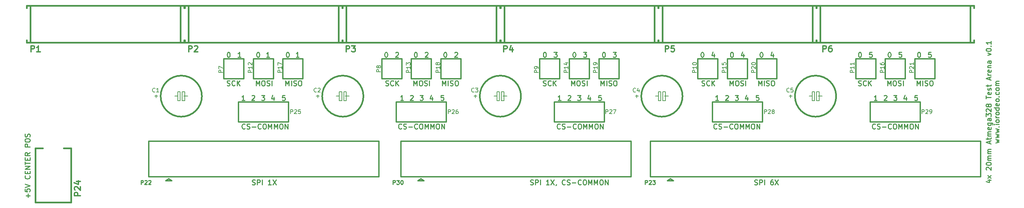
<source format=gto>
G04 (created by PCBNEW (2013-mar-13)-testing) date Tue 12 Nov 2013 05:14:33 PM PST*
%MOIN*%
G04 Gerber Fmt 3.4, Leading zero omitted, Abs format*
%FSLAX34Y34*%
G01*
G70*
G90*
G04 APERTURE LIST*
%ADD10C,0.005906*%
%ADD11C,0.010000*%
%ADD12C,0.015000*%
%ADD13C,0.008000*%
%ADD14C,0.006000*%
%ADD15C,0.012000*%
%ADD16C,0.011811*%
%ADD17C,0.010800*%
G04 APERTURE END LIST*
G54D10*
G54D11*
X69926Y-37603D02*
X69997Y-37627D01*
X70116Y-37627D01*
X70164Y-37603D01*
X70187Y-37580D01*
X70211Y-37532D01*
X70211Y-37484D01*
X70187Y-37437D01*
X70164Y-37413D01*
X70116Y-37389D01*
X70021Y-37365D01*
X69973Y-37342D01*
X69949Y-37318D01*
X69926Y-37270D01*
X69926Y-37223D01*
X69949Y-37175D01*
X69973Y-37151D01*
X70021Y-37127D01*
X70140Y-37127D01*
X70211Y-37151D01*
X70426Y-37627D02*
X70426Y-37127D01*
X70616Y-37127D01*
X70664Y-37151D01*
X70687Y-37175D01*
X70711Y-37223D01*
X70711Y-37294D01*
X70687Y-37342D01*
X70664Y-37365D01*
X70616Y-37389D01*
X70426Y-37389D01*
X70926Y-37627D02*
X70926Y-37127D01*
X71806Y-37627D02*
X71521Y-37627D01*
X71664Y-37627D02*
X71664Y-37127D01*
X71616Y-37199D01*
X71568Y-37246D01*
X71521Y-37270D01*
X71973Y-37127D02*
X72306Y-37627D01*
X72306Y-37127D02*
X71973Y-37627D01*
X72521Y-37603D02*
X72521Y-37627D01*
X72497Y-37675D01*
X72473Y-37699D01*
X73402Y-37580D02*
X73378Y-37603D01*
X73306Y-37627D01*
X73259Y-37627D01*
X73187Y-37603D01*
X73140Y-37556D01*
X73116Y-37508D01*
X73092Y-37413D01*
X73092Y-37342D01*
X73116Y-37246D01*
X73140Y-37199D01*
X73187Y-37151D01*
X73259Y-37127D01*
X73306Y-37127D01*
X73378Y-37151D01*
X73402Y-37175D01*
X73592Y-37603D02*
X73664Y-37627D01*
X73783Y-37627D01*
X73830Y-37603D01*
X73854Y-37580D01*
X73878Y-37532D01*
X73878Y-37484D01*
X73854Y-37437D01*
X73830Y-37413D01*
X73783Y-37389D01*
X73687Y-37365D01*
X73640Y-37342D01*
X73616Y-37318D01*
X73592Y-37270D01*
X73592Y-37223D01*
X73616Y-37175D01*
X73640Y-37151D01*
X73687Y-37127D01*
X73806Y-37127D01*
X73878Y-37151D01*
X74092Y-37437D02*
X74473Y-37437D01*
X74997Y-37580D02*
X74973Y-37603D01*
X74902Y-37627D01*
X74854Y-37627D01*
X74783Y-37603D01*
X74735Y-37556D01*
X74711Y-37508D01*
X74687Y-37413D01*
X74687Y-37342D01*
X74711Y-37246D01*
X74735Y-37199D01*
X74783Y-37151D01*
X74854Y-37127D01*
X74902Y-37127D01*
X74973Y-37151D01*
X74997Y-37175D01*
X75306Y-37127D02*
X75402Y-37127D01*
X75449Y-37151D01*
X75497Y-37199D01*
X75521Y-37294D01*
X75521Y-37461D01*
X75497Y-37556D01*
X75449Y-37603D01*
X75402Y-37627D01*
X75306Y-37627D01*
X75259Y-37603D01*
X75211Y-37556D01*
X75187Y-37461D01*
X75187Y-37294D01*
X75211Y-37199D01*
X75259Y-37151D01*
X75306Y-37127D01*
X75735Y-37627D02*
X75735Y-37127D01*
X75902Y-37484D01*
X76068Y-37127D01*
X76068Y-37627D01*
X76306Y-37627D02*
X76306Y-37127D01*
X76473Y-37484D01*
X76640Y-37127D01*
X76640Y-37627D01*
X76973Y-37127D02*
X77068Y-37127D01*
X77116Y-37151D01*
X77164Y-37199D01*
X77187Y-37294D01*
X77187Y-37461D01*
X77164Y-37556D01*
X77116Y-37603D01*
X77068Y-37627D01*
X76973Y-37627D01*
X76926Y-37603D01*
X76878Y-37556D01*
X76854Y-37461D01*
X76854Y-37294D01*
X76878Y-37199D01*
X76926Y-37151D01*
X76973Y-37127D01*
X77402Y-37627D02*
X77402Y-37127D01*
X77687Y-37627D01*
X77687Y-37127D01*
X104397Y-31969D02*
X104373Y-31993D01*
X104302Y-32017D01*
X104254Y-32017D01*
X104183Y-31993D01*
X104135Y-31946D01*
X104111Y-31898D01*
X104088Y-31803D01*
X104088Y-31731D01*
X104111Y-31636D01*
X104135Y-31588D01*
X104183Y-31541D01*
X104254Y-31517D01*
X104302Y-31517D01*
X104373Y-31541D01*
X104397Y-31565D01*
X104588Y-31993D02*
X104659Y-32017D01*
X104778Y-32017D01*
X104826Y-31993D01*
X104850Y-31969D01*
X104873Y-31922D01*
X104873Y-31874D01*
X104850Y-31827D01*
X104826Y-31803D01*
X104778Y-31779D01*
X104683Y-31755D01*
X104635Y-31731D01*
X104611Y-31708D01*
X104588Y-31660D01*
X104588Y-31612D01*
X104611Y-31565D01*
X104635Y-31541D01*
X104683Y-31517D01*
X104802Y-31517D01*
X104873Y-31541D01*
X105088Y-31827D02*
X105469Y-31827D01*
X105992Y-31969D02*
X105969Y-31993D01*
X105897Y-32017D01*
X105850Y-32017D01*
X105778Y-31993D01*
X105730Y-31946D01*
X105707Y-31898D01*
X105683Y-31803D01*
X105683Y-31731D01*
X105707Y-31636D01*
X105730Y-31588D01*
X105778Y-31541D01*
X105850Y-31517D01*
X105897Y-31517D01*
X105969Y-31541D01*
X105992Y-31565D01*
X106302Y-31517D02*
X106397Y-31517D01*
X106445Y-31541D01*
X106492Y-31588D01*
X106516Y-31684D01*
X106516Y-31850D01*
X106492Y-31946D01*
X106445Y-31993D01*
X106397Y-32017D01*
X106302Y-32017D01*
X106254Y-31993D01*
X106207Y-31946D01*
X106183Y-31850D01*
X106183Y-31684D01*
X106207Y-31588D01*
X106254Y-31541D01*
X106302Y-31517D01*
X106730Y-32017D02*
X106730Y-31517D01*
X106897Y-31874D01*
X107064Y-31517D01*
X107064Y-32017D01*
X107302Y-32017D02*
X107302Y-31517D01*
X107469Y-31874D01*
X107635Y-31517D01*
X107635Y-32017D01*
X107969Y-31517D02*
X108064Y-31517D01*
X108111Y-31541D01*
X108159Y-31588D01*
X108183Y-31684D01*
X108183Y-31850D01*
X108159Y-31946D01*
X108111Y-31993D01*
X108064Y-32017D01*
X107969Y-32017D01*
X107921Y-31993D01*
X107873Y-31946D01*
X107850Y-31850D01*
X107850Y-31684D01*
X107873Y-31588D01*
X107921Y-31541D01*
X107969Y-31517D01*
X108397Y-32017D02*
X108397Y-31517D01*
X108683Y-32017D01*
X108683Y-31517D01*
X88551Y-31969D02*
X88527Y-31993D01*
X88455Y-32017D01*
X88408Y-32017D01*
X88336Y-31993D01*
X88289Y-31946D01*
X88265Y-31898D01*
X88241Y-31803D01*
X88241Y-31731D01*
X88265Y-31636D01*
X88289Y-31588D01*
X88336Y-31541D01*
X88408Y-31517D01*
X88455Y-31517D01*
X88527Y-31541D01*
X88551Y-31565D01*
X88741Y-31993D02*
X88813Y-32017D01*
X88932Y-32017D01*
X88979Y-31993D01*
X89003Y-31969D01*
X89027Y-31922D01*
X89027Y-31874D01*
X89003Y-31827D01*
X88979Y-31803D01*
X88932Y-31779D01*
X88836Y-31755D01*
X88789Y-31731D01*
X88765Y-31708D01*
X88741Y-31660D01*
X88741Y-31612D01*
X88765Y-31565D01*
X88789Y-31541D01*
X88836Y-31517D01*
X88955Y-31517D01*
X89027Y-31541D01*
X89241Y-31827D02*
X89622Y-31827D01*
X90146Y-31969D02*
X90122Y-31993D01*
X90051Y-32017D01*
X90003Y-32017D01*
X89932Y-31993D01*
X89884Y-31946D01*
X89860Y-31898D01*
X89836Y-31803D01*
X89836Y-31731D01*
X89860Y-31636D01*
X89884Y-31588D01*
X89932Y-31541D01*
X90003Y-31517D01*
X90051Y-31517D01*
X90122Y-31541D01*
X90146Y-31565D01*
X90455Y-31517D02*
X90551Y-31517D01*
X90598Y-31541D01*
X90646Y-31588D01*
X90670Y-31684D01*
X90670Y-31850D01*
X90646Y-31946D01*
X90598Y-31993D01*
X90551Y-32017D01*
X90455Y-32017D01*
X90408Y-31993D01*
X90360Y-31946D01*
X90336Y-31850D01*
X90336Y-31684D01*
X90360Y-31588D01*
X90408Y-31541D01*
X90455Y-31517D01*
X90884Y-32017D02*
X90884Y-31517D01*
X91051Y-31874D01*
X91217Y-31517D01*
X91217Y-32017D01*
X91455Y-32017D02*
X91455Y-31517D01*
X91622Y-31874D01*
X91789Y-31517D01*
X91789Y-32017D01*
X92122Y-31517D02*
X92217Y-31517D01*
X92265Y-31541D01*
X92313Y-31588D01*
X92336Y-31684D01*
X92336Y-31850D01*
X92313Y-31946D01*
X92265Y-31993D01*
X92217Y-32017D01*
X92122Y-32017D01*
X92074Y-31993D01*
X92027Y-31946D01*
X92003Y-31850D01*
X92003Y-31684D01*
X92027Y-31588D01*
X92074Y-31541D01*
X92122Y-31517D01*
X92551Y-32017D02*
X92551Y-31517D01*
X92836Y-32017D01*
X92836Y-31517D01*
X72901Y-31969D02*
X72877Y-31993D01*
X72806Y-32017D01*
X72758Y-32017D01*
X72687Y-31993D01*
X72639Y-31946D01*
X72615Y-31898D01*
X72592Y-31803D01*
X72592Y-31731D01*
X72615Y-31636D01*
X72639Y-31588D01*
X72687Y-31541D01*
X72758Y-31517D01*
X72806Y-31517D01*
X72877Y-31541D01*
X72901Y-31565D01*
X73092Y-31993D02*
X73163Y-32017D01*
X73282Y-32017D01*
X73330Y-31993D01*
X73353Y-31969D01*
X73377Y-31922D01*
X73377Y-31874D01*
X73353Y-31827D01*
X73330Y-31803D01*
X73282Y-31779D01*
X73187Y-31755D01*
X73139Y-31731D01*
X73115Y-31708D01*
X73092Y-31660D01*
X73092Y-31612D01*
X73115Y-31565D01*
X73139Y-31541D01*
X73187Y-31517D01*
X73306Y-31517D01*
X73377Y-31541D01*
X73592Y-31827D02*
X73973Y-31827D01*
X74496Y-31969D02*
X74473Y-31993D01*
X74401Y-32017D01*
X74353Y-32017D01*
X74282Y-31993D01*
X74234Y-31946D01*
X74211Y-31898D01*
X74187Y-31803D01*
X74187Y-31731D01*
X74211Y-31636D01*
X74234Y-31588D01*
X74282Y-31541D01*
X74353Y-31517D01*
X74401Y-31517D01*
X74473Y-31541D01*
X74496Y-31565D01*
X74806Y-31517D02*
X74901Y-31517D01*
X74949Y-31541D01*
X74996Y-31588D01*
X75020Y-31684D01*
X75020Y-31850D01*
X74996Y-31946D01*
X74949Y-31993D01*
X74901Y-32017D01*
X74806Y-32017D01*
X74758Y-31993D01*
X74711Y-31946D01*
X74687Y-31850D01*
X74687Y-31684D01*
X74711Y-31588D01*
X74758Y-31541D01*
X74806Y-31517D01*
X75234Y-32017D02*
X75234Y-31517D01*
X75401Y-31874D01*
X75568Y-31517D01*
X75568Y-32017D01*
X75806Y-32017D02*
X75806Y-31517D01*
X75973Y-31874D01*
X76139Y-31517D01*
X76139Y-32017D01*
X76473Y-31517D02*
X76568Y-31517D01*
X76615Y-31541D01*
X76663Y-31588D01*
X76687Y-31684D01*
X76687Y-31850D01*
X76663Y-31946D01*
X76615Y-31993D01*
X76568Y-32017D01*
X76473Y-32017D01*
X76425Y-31993D01*
X76377Y-31946D01*
X76353Y-31850D01*
X76353Y-31684D01*
X76377Y-31588D01*
X76425Y-31541D01*
X76473Y-31517D01*
X76901Y-32017D02*
X76901Y-31517D01*
X77187Y-32017D01*
X77187Y-31517D01*
X57055Y-31969D02*
X57031Y-31993D01*
X56959Y-32017D01*
X56912Y-32017D01*
X56840Y-31993D01*
X56793Y-31946D01*
X56769Y-31898D01*
X56745Y-31803D01*
X56745Y-31731D01*
X56769Y-31636D01*
X56793Y-31588D01*
X56840Y-31541D01*
X56912Y-31517D01*
X56959Y-31517D01*
X57031Y-31541D01*
X57055Y-31565D01*
X57245Y-31993D02*
X57317Y-32017D01*
X57436Y-32017D01*
X57483Y-31993D01*
X57507Y-31969D01*
X57531Y-31922D01*
X57531Y-31874D01*
X57507Y-31827D01*
X57483Y-31803D01*
X57436Y-31779D01*
X57340Y-31755D01*
X57293Y-31731D01*
X57269Y-31708D01*
X57245Y-31660D01*
X57245Y-31612D01*
X57269Y-31565D01*
X57293Y-31541D01*
X57340Y-31517D01*
X57459Y-31517D01*
X57531Y-31541D01*
X57745Y-31827D02*
X58126Y-31827D01*
X58650Y-31969D02*
X58626Y-31993D01*
X58555Y-32017D01*
X58507Y-32017D01*
X58436Y-31993D01*
X58388Y-31946D01*
X58364Y-31898D01*
X58340Y-31803D01*
X58340Y-31731D01*
X58364Y-31636D01*
X58388Y-31588D01*
X58436Y-31541D01*
X58507Y-31517D01*
X58555Y-31517D01*
X58626Y-31541D01*
X58650Y-31565D01*
X58959Y-31517D02*
X59055Y-31517D01*
X59102Y-31541D01*
X59150Y-31588D01*
X59174Y-31684D01*
X59174Y-31850D01*
X59150Y-31946D01*
X59102Y-31993D01*
X59055Y-32017D01*
X58959Y-32017D01*
X58912Y-31993D01*
X58864Y-31946D01*
X58840Y-31850D01*
X58840Y-31684D01*
X58864Y-31588D01*
X58912Y-31541D01*
X58959Y-31517D01*
X59388Y-32017D02*
X59388Y-31517D01*
X59555Y-31874D01*
X59721Y-31517D01*
X59721Y-32017D01*
X59959Y-32017D02*
X59959Y-31517D01*
X60126Y-31874D01*
X60293Y-31517D01*
X60293Y-32017D01*
X60626Y-31517D02*
X60721Y-31517D01*
X60769Y-31541D01*
X60817Y-31588D01*
X60840Y-31684D01*
X60840Y-31850D01*
X60817Y-31946D01*
X60769Y-31993D01*
X60721Y-32017D01*
X60626Y-32017D01*
X60578Y-31993D01*
X60531Y-31946D01*
X60507Y-31850D01*
X60507Y-31684D01*
X60531Y-31588D01*
X60578Y-31541D01*
X60626Y-31517D01*
X61055Y-32017D02*
X61055Y-31517D01*
X61340Y-32017D01*
X61340Y-31517D01*
X108583Y-28663D02*
X108345Y-28663D01*
X108321Y-28901D01*
X108345Y-28877D01*
X108393Y-28853D01*
X108512Y-28853D01*
X108559Y-28877D01*
X108583Y-28901D01*
X108607Y-28948D01*
X108607Y-29067D01*
X108583Y-29115D01*
X108559Y-29139D01*
X108512Y-29163D01*
X108393Y-29163D01*
X108345Y-29139D01*
X108321Y-29115D01*
X107477Y-28829D02*
X107477Y-29163D01*
X107358Y-28639D02*
X107239Y-28996D01*
X107548Y-28996D01*
X106230Y-28663D02*
X106540Y-28663D01*
X106373Y-28853D01*
X106445Y-28853D01*
X106492Y-28877D01*
X106516Y-28901D01*
X106540Y-28948D01*
X106540Y-29067D01*
X106516Y-29115D01*
X106492Y-29139D01*
X106445Y-29163D01*
X106302Y-29163D01*
X106254Y-29139D01*
X106230Y-29115D01*
X105270Y-28710D02*
X105294Y-28687D01*
X105341Y-28663D01*
X105461Y-28663D01*
X105508Y-28687D01*
X105532Y-28710D01*
X105556Y-28758D01*
X105556Y-28806D01*
X105532Y-28877D01*
X105246Y-29163D01*
X105556Y-29163D01*
X104571Y-29163D02*
X104286Y-29163D01*
X104429Y-29163D02*
X104429Y-28663D01*
X104381Y-28734D01*
X104333Y-28782D01*
X104286Y-28806D01*
X88725Y-29163D02*
X88439Y-29163D01*
X88582Y-29163D02*
X88582Y-28663D01*
X88535Y-28734D01*
X88487Y-28782D01*
X88439Y-28806D01*
X89424Y-28710D02*
X89447Y-28687D01*
X89495Y-28663D01*
X89614Y-28663D01*
X89662Y-28687D01*
X89685Y-28710D01*
X89709Y-28758D01*
X89709Y-28806D01*
X89685Y-28877D01*
X89400Y-29163D01*
X89709Y-29163D01*
X90384Y-28663D02*
X90694Y-28663D01*
X90527Y-28853D01*
X90598Y-28853D01*
X90646Y-28877D01*
X90670Y-28901D01*
X90694Y-28948D01*
X90694Y-29067D01*
X90670Y-29115D01*
X90646Y-29139D01*
X90598Y-29163D01*
X90455Y-29163D01*
X90408Y-29139D01*
X90384Y-29115D01*
X91630Y-28829D02*
X91630Y-29163D01*
X91511Y-28639D02*
X91392Y-28996D01*
X91702Y-28996D01*
X92737Y-28663D02*
X92499Y-28663D01*
X92475Y-28901D01*
X92499Y-28877D01*
X92546Y-28853D01*
X92665Y-28853D01*
X92713Y-28877D01*
X92737Y-28901D01*
X92760Y-28948D01*
X92760Y-29067D01*
X92737Y-29115D01*
X92713Y-29139D01*
X92665Y-29163D01*
X92546Y-29163D01*
X92499Y-29139D01*
X92475Y-29115D01*
X76989Y-28663D02*
X76751Y-28663D01*
X76727Y-28901D01*
X76751Y-28877D01*
X76798Y-28853D01*
X76917Y-28853D01*
X76965Y-28877D01*
X76989Y-28901D01*
X77012Y-28948D01*
X77012Y-29067D01*
X76989Y-29115D01*
X76965Y-29139D01*
X76917Y-29163D01*
X76798Y-29163D01*
X76751Y-29139D01*
X76727Y-29115D01*
X75882Y-28829D02*
X75882Y-29163D01*
X75763Y-28639D02*
X75644Y-28996D01*
X75954Y-28996D01*
X74636Y-28663D02*
X74946Y-28663D01*
X74779Y-28853D01*
X74850Y-28853D01*
X74898Y-28877D01*
X74922Y-28901D01*
X74946Y-28948D01*
X74946Y-29067D01*
X74922Y-29115D01*
X74898Y-29139D01*
X74850Y-29163D01*
X74707Y-29163D01*
X74660Y-29139D01*
X74636Y-29115D01*
X73676Y-28710D02*
X73699Y-28687D01*
X73747Y-28663D01*
X73866Y-28663D01*
X73914Y-28687D01*
X73937Y-28710D01*
X73961Y-28758D01*
X73961Y-28806D01*
X73937Y-28877D01*
X73652Y-29163D01*
X73961Y-29163D01*
X72977Y-29163D02*
X72691Y-29163D01*
X72834Y-29163D02*
X72834Y-28663D01*
X72787Y-28734D01*
X72739Y-28782D01*
X72691Y-28806D01*
X57229Y-29163D02*
X56943Y-29163D01*
X57086Y-29163D02*
X57086Y-28663D01*
X57038Y-28734D01*
X56991Y-28782D01*
X56943Y-28806D01*
X57928Y-28710D02*
X57951Y-28687D01*
X57999Y-28663D01*
X58118Y-28663D01*
X58166Y-28687D01*
X58189Y-28710D01*
X58213Y-28758D01*
X58213Y-28806D01*
X58189Y-28877D01*
X57904Y-29163D01*
X58213Y-29163D01*
X58888Y-28663D02*
X59197Y-28663D01*
X59031Y-28853D01*
X59102Y-28853D01*
X59150Y-28877D01*
X59174Y-28901D01*
X59197Y-28948D01*
X59197Y-29067D01*
X59174Y-29115D01*
X59150Y-29139D01*
X59102Y-29163D01*
X58959Y-29163D01*
X58912Y-29139D01*
X58888Y-29115D01*
X60134Y-28829D02*
X60134Y-29163D01*
X60015Y-28639D02*
X59896Y-28996D01*
X60206Y-28996D01*
X61241Y-28663D02*
X61002Y-28663D01*
X60979Y-28901D01*
X61002Y-28877D01*
X61050Y-28853D01*
X61169Y-28853D01*
X61217Y-28877D01*
X61241Y-28901D01*
X61264Y-28948D01*
X61264Y-29067D01*
X61241Y-29115D01*
X61217Y-29139D01*
X61169Y-29163D01*
X61050Y-29163D01*
X61002Y-29139D01*
X60979Y-29115D01*
X41405Y-31969D02*
X41381Y-31993D01*
X41310Y-32017D01*
X41262Y-32017D01*
X41191Y-31993D01*
X41143Y-31946D01*
X41119Y-31898D01*
X41095Y-31803D01*
X41095Y-31731D01*
X41119Y-31636D01*
X41143Y-31588D01*
X41191Y-31541D01*
X41262Y-31517D01*
X41310Y-31517D01*
X41381Y-31541D01*
X41405Y-31565D01*
X41595Y-31993D02*
X41667Y-32017D01*
X41786Y-32017D01*
X41834Y-31993D01*
X41857Y-31969D01*
X41881Y-31922D01*
X41881Y-31874D01*
X41857Y-31827D01*
X41834Y-31803D01*
X41786Y-31779D01*
X41691Y-31755D01*
X41643Y-31731D01*
X41619Y-31708D01*
X41595Y-31660D01*
X41595Y-31612D01*
X41619Y-31565D01*
X41643Y-31541D01*
X41691Y-31517D01*
X41810Y-31517D01*
X41881Y-31541D01*
X42095Y-31827D02*
X42476Y-31827D01*
X43000Y-31969D02*
X42976Y-31993D01*
X42905Y-32017D01*
X42857Y-32017D01*
X42786Y-31993D01*
X42738Y-31946D01*
X42715Y-31898D01*
X42691Y-31803D01*
X42691Y-31731D01*
X42715Y-31636D01*
X42738Y-31588D01*
X42786Y-31541D01*
X42857Y-31517D01*
X42905Y-31517D01*
X42976Y-31541D01*
X43000Y-31565D01*
X43310Y-31517D02*
X43405Y-31517D01*
X43453Y-31541D01*
X43500Y-31588D01*
X43524Y-31684D01*
X43524Y-31850D01*
X43500Y-31946D01*
X43453Y-31993D01*
X43405Y-32017D01*
X43310Y-32017D01*
X43262Y-31993D01*
X43215Y-31946D01*
X43191Y-31850D01*
X43191Y-31684D01*
X43215Y-31588D01*
X43262Y-31541D01*
X43310Y-31517D01*
X43738Y-32017D02*
X43738Y-31517D01*
X43905Y-31874D01*
X44072Y-31517D01*
X44072Y-32017D01*
X44310Y-32017D02*
X44310Y-31517D01*
X44476Y-31874D01*
X44643Y-31517D01*
X44643Y-32017D01*
X44976Y-31517D02*
X45072Y-31517D01*
X45119Y-31541D01*
X45167Y-31588D01*
X45191Y-31684D01*
X45191Y-31850D01*
X45167Y-31946D01*
X45119Y-31993D01*
X45072Y-32017D01*
X44976Y-32017D01*
X44929Y-31993D01*
X44881Y-31946D01*
X44857Y-31850D01*
X44857Y-31684D01*
X44881Y-31588D01*
X44929Y-31541D01*
X44976Y-31517D01*
X45405Y-32017D02*
X45405Y-31517D01*
X45691Y-32017D01*
X45691Y-31517D01*
X45394Y-28663D02*
X45156Y-28663D01*
X45132Y-28901D01*
X45156Y-28877D01*
X45204Y-28853D01*
X45323Y-28853D01*
X45370Y-28877D01*
X45394Y-28901D01*
X45418Y-28948D01*
X45418Y-29067D01*
X45394Y-29115D01*
X45370Y-29139D01*
X45323Y-29163D01*
X45204Y-29163D01*
X45156Y-29139D01*
X45132Y-29115D01*
X44288Y-28829D02*
X44288Y-29163D01*
X44169Y-28639D02*
X44050Y-28996D01*
X44359Y-28996D01*
X43041Y-28663D02*
X43351Y-28663D01*
X43184Y-28853D01*
X43256Y-28853D01*
X43303Y-28877D01*
X43327Y-28901D01*
X43351Y-28948D01*
X43351Y-29067D01*
X43327Y-29115D01*
X43303Y-29139D01*
X43256Y-29163D01*
X43113Y-29163D01*
X43065Y-29139D01*
X43041Y-29115D01*
X42081Y-28710D02*
X42105Y-28687D01*
X42152Y-28663D01*
X42272Y-28663D01*
X42319Y-28687D01*
X42343Y-28710D01*
X42367Y-28758D01*
X42367Y-28806D01*
X42343Y-28877D01*
X42057Y-29163D01*
X42367Y-29163D01*
X41383Y-29163D02*
X41097Y-29163D01*
X41240Y-29163D02*
X41240Y-28663D01*
X41192Y-28734D01*
X41144Y-28782D01*
X41097Y-28806D01*
X42128Y-37603D02*
X42199Y-37627D01*
X42318Y-37627D01*
X42366Y-37603D01*
X42390Y-37580D01*
X42414Y-37532D01*
X42414Y-37484D01*
X42390Y-37437D01*
X42366Y-37413D01*
X42318Y-37389D01*
X42223Y-37365D01*
X42176Y-37342D01*
X42152Y-37318D01*
X42128Y-37270D01*
X42128Y-37223D01*
X42152Y-37175D01*
X42176Y-37151D01*
X42223Y-37127D01*
X42342Y-37127D01*
X42414Y-37151D01*
X42628Y-37627D02*
X42628Y-37127D01*
X42818Y-37127D01*
X42866Y-37151D01*
X42890Y-37175D01*
X42914Y-37223D01*
X42914Y-37294D01*
X42890Y-37342D01*
X42866Y-37365D01*
X42818Y-37389D01*
X42628Y-37389D01*
X43128Y-37627D02*
X43128Y-37127D01*
X44009Y-37627D02*
X43723Y-37627D01*
X43866Y-37627D02*
X43866Y-37127D01*
X43818Y-37199D01*
X43771Y-37246D01*
X43723Y-37270D01*
X44176Y-37127D02*
X44509Y-37627D01*
X44509Y-37127D02*
X44176Y-37627D01*
X115640Y-37160D02*
X115974Y-37160D01*
X115450Y-37279D02*
X115807Y-37398D01*
X115807Y-37088D01*
X115974Y-36945D02*
X115640Y-36684D01*
X115640Y-36945D02*
X115974Y-36684D01*
X115521Y-36136D02*
X115498Y-36112D01*
X115474Y-36064D01*
X115474Y-35945D01*
X115498Y-35898D01*
X115521Y-35874D01*
X115569Y-35850D01*
X115617Y-35850D01*
X115688Y-35874D01*
X115974Y-36160D01*
X115974Y-35850D01*
X115474Y-35541D02*
X115474Y-35493D01*
X115498Y-35445D01*
X115521Y-35422D01*
X115569Y-35398D01*
X115664Y-35374D01*
X115783Y-35374D01*
X115878Y-35398D01*
X115926Y-35422D01*
X115950Y-35445D01*
X115974Y-35493D01*
X115974Y-35541D01*
X115950Y-35588D01*
X115926Y-35612D01*
X115878Y-35636D01*
X115783Y-35660D01*
X115664Y-35660D01*
X115569Y-35636D01*
X115521Y-35612D01*
X115498Y-35588D01*
X115474Y-35541D01*
X115974Y-35160D02*
X115640Y-35160D01*
X115688Y-35160D02*
X115664Y-35136D01*
X115640Y-35088D01*
X115640Y-35017D01*
X115664Y-34969D01*
X115712Y-34945D01*
X115974Y-34945D01*
X115712Y-34945D02*
X115664Y-34922D01*
X115640Y-34874D01*
X115640Y-34803D01*
X115664Y-34755D01*
X115712Y-34731D01*
X115974Y-34731D01*
X115974Y-34493D02*
X115640Y-34493D01*
X115688Y-34493D02*
X115664Y-34469D01*
X115640Y-34422D01*
X115640Y-34350D01*
X115664Y-34303D01*
X115712Y-34279D01*
X115974Y-34279D01*
X115712Y-34279D02*
X115664Y-34255D01*
X115640Y-34207D01*
X115640Y-34136D01*
X115664Y-34088D01*
X115712Y-34064D01*
X115974Y-34064D01*
X115831Y-33469D02*
X115831Y-33231D01*
X115974Y-33517D02*
X115474Y-33350D01*
X115974Y-33184D01*
X115640Y-33088D02*
X115640Y-32898D01*
X115474Y-33017D02*
X115902Y-33017D01*
X115950Y-32993D01*
X115974Y-32945D01*
X115974Y-32898D01*
X115974Y-32731D02*
X115640Y-32731D01*
X115688Y-32731D02*
X115664Y-32707D01*
X115640Y-32660D01*
X115640Y-32588D01*
X115664Y-32541D01*
X115712Y-32517D01*
X115974Y-32517D01*
X115712Y-32517D02*
X115664Y-32493D01*
X115640Y-32445D01*
X115640Y-32374D01*
X115664Y-32326D01*
X115712Y-32303D01*
X115974Y-32303D01*
X115950Y-31874D02*
X115974Y-31922D01*
X115974Y-32017D01*
X115950Y-32064D01*
X115902Y-32088D01*
X115712Y-32088D01*
X115664Y-32064D01*
X115640Y-32017D01*
X115640Y-31922D01*
X115664Y-31874D01*
X115712Y-31850D01*
X115759Y-31850D01*
X115807Y-32088D01*
X115640Y-31422D02*
X116045Y-31422D01*
X116093Y-31445D01*
X116117Y-31469D01*
X116140Y-31517D01*
X116140Y-31588D01*
X116117Y-31636D01*
X115950Y-31422D02*
X115974Y-31469D01*
X115974Y-31564D01*
X115950Y-31612D01*
X115926Y-31636D01*
X115878Y-31660D01*
X115736Y-31660D01*
X115688Y-31636D01*
X115664Y-31612D01*
X115640Y-31564D01*
X115640Y-31469D01*
X115664Y-31422D01*
X115974Y-30969D02*
X115712Y-30969D01*
X115664Y-30993D01*
X115640Y-31041D01*
X115640Y-31136D01*
X115664Y-31184D01*
X115950Y-30969D02*
X115974Y-31017D01*
X115974Y-31136D01*
X115950Y-31184D01*
X115902Y-31207D01*
X115855Y-31207D01*
X115807Y-31184D01*
X115783Y-31136D01*
X115783Y-31017D01*
X115759Y-30969D01*
X115474Y-30779D02*
X115474Y-30469D01*
X115664Y-30636D01*
X115664Y-30564D01*
X115688Y-30517D01*
X115712Y-30493D01*
X115759Y-30469D01*
X115878Y-30469D01*
X115926Y-30493D01*
X115950Y-30517D01*
X115974Y-30564D01*
X115974Y-30707D01*
X115950Y-30755D01*
X115926Y-30779D01*
X115521Y-30279D02*
X115498Y-30255D01*
X115474Y-30207D01*
X115474Y-30088D01*
X115498Y-30041D01*
X115521Y-30017D01*
X115569Y-29993D01*
X115617Y-29993D01*
X115688Y-30017D01*
X115974Y-30303D01*
X115974Y-29993D01*
X115688Y-29707D02*
X115664Y-29755D01*
X115640Y-29779D01*
X115593Y-29803D01*
X115569Y-29803D01*
X115521Y-29779D01*
X115498Y-29755D01*
X115474Y-29707D01*
X115474Y-29612D01*
X115498Y-29564D01*
X115521Y-29541D01*
X115569Y-29517D01*
X115593Y-29517D01*
X115640Y-29541D01*
X115664Y-29564D01*
X115688Y-29612D01*
X115688Y-29707D01*
X115712Y-29755D01*
X115736Y-29779D01*
X115783Y-29803D01*
X115878Y-29803D01*
X115926Y-29779D01*
X115950Y-29755D01*
X115974Y-29707D01*
X115974Y-29612D01*
X115950Y-29564D01*
X115926Y-29541D01*
X115878Y-29517D01*
X115783Y-29517D01*
X115736Y-29541D01*
X115712Y-29564D01*
X115688Y-29612D01*
X115474Y-28993D02*
X115474Y-28707D01*
X115974Y-28850D02*
X115474Y-28850D01*
X115950Y-28350D02*
X115974Y-28398D01*
X115974Y-28493D01*
X115950Y-28541D01*
X115902Y-28564D01*
X115712Y-28564D01*
X115664Y-28541D01*
X115640Y-28493D01*
X115640Y-28398D01*
X115664Y-28350D01*
X115712Y-28326D01*
X115759Y-28326D01*
X115807Y-28564D01*
X115950Y-28136D02*
X115974Y-28088D01*
X115974Y-27993D01*
X115950Y-27945D01*
X115902Y-27922D01*
X115878Y-27922D01*
X115831Y-27945D01*
X115807Y-27993D01*
X115807Y-28064D01*
X115783Y-28112D01*
X115736Y-28136D01*
X115712Y-28136D01*
X115664Y-28112D01*
X115640Y-28064D01*
X115640Y-27993D01*
X115664Y-27945D01*
X115640Y-27779D02*
X115640Y-27588D01*
X115474Y-27707D02*
X115902Y-27707D01*
X115950Y-27684D01*
X115974Y-27636D01*
X115974Y-27588D01*
X115831Y-27064D02*
X115831Y-26826D01*
X115974Y-27112D02*
X115474Y-26945D01*
X115974Y-26779D01*
X115974Y-26612D02*
X115640Y-26612D01*
X115736Y-26612D02*
X115688Y-26588D01*
X115664Y-26564D01*
X115640Y-26517D01*
X115640Y-26469D01*
X115950Y-26112D02*
X115974Y-26160D01*
X115974Y-26255D01*
X115950Y-26303D01*
X115902Y-26326D01*
X115712Y-26326D01*
X115664Y-26303D01*
X115640Y-26255D01*
X115640Y-26160D01*
X115664Y-26112D01*
X115712Y-26088D01*
X115759Y-26088D01*
X115807Y-26326D01*
X115640Y-25874D02*
X115974Y-25874D01*
X115688Y-25874D02*
X115664Y-25850D01*
X115640Y-25803D01*
X115640Y-25731D01*
X115664Y-25684D01*
X115712Y-25660D01*
X115974Y-25660D01*
X115974Y-25207D02*
X115712Y-25207D01*
X115664Y-25231D01*
X115640Y-25279D01*
X115640Y-25374D01*
X115664Y-25422D01*
X115950Y-25207D02*
X115974Y-25255D01*
X115974Y-25374D01*
X115950Y-25422D01*
X115902Y-25445D01*
X115855Y-25445D01*
X115807Y-25422D01*
X115783Y-25374D01*
X115783Y-25255D01*
X115759Y-25207D01*
X115640Y-24636D02*
X115974Y-24517D01*
X115640Y-24398D01*
X115474Y-24112D02*
X115474Y-24064D01*
X115498Y-24017D01*
X115521Y-23993D01*
X115569Y-23969D01*
X115664Y-23945D01*
X115783Y-23945D01*
X115878Y-23969D01*
X115926Y-23993D01*
X115950Y-24017D01*
X115974Y-24064D01*
X115974Y-24112D01*
X115950Y-24160D01*
X115926Y-24184D01*
X115878Y-24207D01*
X115783Y-24231D01*
X115664Y-24231D01*
X115569Y-24207D01*
X115521Y-24184D01*
X115498Y-24160D01*
X115474Y-24112D01*
X115926Y-23731D02*
X115950Y-23707D01*
X115974Y-23731D01*
X115950Y-23755D01*
X115926Y-23731D01*
X115974Y-23731D01*
X115974Y-23231D02*
X115974Y-23517D01*
X115974Y-23374D02*
X115474Y-23374D01*
X115545Y-23422D01*
X115593Y-23469D01*
X115617Y-23517D01*
X116440Y-33434D02*
X116774Y-33338D01*
X116536Y-33243D01*
X116774Y-33148D01*
X116440Y-33053D01*
X116440Y-32910D02*
X116774Y-32814D01*
X116536Y-32719D01*
X116774Y-32624D01*
X116440Y-32529D01*
X116440Y-32386D02*
X116774Y-32291D01*
X116536Y-32195D01*
X116774Y-32100D01*
X116440Y-32005D01*
X116726Y-31814D02*
X116750Y-31791D01*
X116774Y-31814D01*
X116750Y-31838D01*
X116726Y-31814D01*
X116774Y-31814D01*
X116774Y-31576D02*
X116440Y-31576D01*
X116274Y-31576D02*
X116298Y-31600D01*
X116321Y-31576D01*
X116298Y-31553D01*
X116274Y-31576D01*
X116321Y-31576D01*
X116774Y-31267D02*
X116750Y-31314D01*
X116726Y-31338D01*
X116678Y-31362D01*
X116536Y-31362D01*
X116488Y-31338D01*
X116464Y-31314D01*
X116440Y-31267D01*
X116440Y-31195D01*
X116464Y-31148D01*
X116488Y-31124D01*
X116536Y-31100D01*
X116678Y-31100D01*
X116726Y-31124D01*
X116750Y-31148D01*
X116774Y-31195D01*
X116774Y-31267D01*
X116774Y-30886D02*
X116440Y-30886D01*
X116536Y-30886D02*
X116488Y-30862D01*
X116464Y-30838D01*
X116440Y-30791D01*
X116440Y-30743D01*
X116774Y-30505D02*
X116750Y-30553D01*
X116726Y-30576D01*
X116678Y-30600D01*
X116536Y-30600D01*
X116488Y-30576D01*
X116464Y-30553D01*
X116440Y-30505D01*
X116440Y-30434D01*
X116464Y-30386D01*
X116488Y-30362D01*
X116536Y-30338D01*
X116678Y-30338D01*
X116726Y-30362D01*
X116750Y-30386D01*
X116774Y-30434D01*
X116774Y-30505D01*
X116774Y-29910D02*
X116274Y-29910D01*
X116750Y-29910D02*
X116774Y-29957D01*
X116774Y-30053D01*
X116750Y-30100D01*
X116726Y-30124D01*
X116678Y-30148D01*
X116536Y-30148D01*
X116488Y-30124D01*
X116464Y-30100D01*
X116440Y-30053D01*
X116440Y-29957D01*
X116464Y-29910D01*
X116750Y-29481D02*
X116774Y-29529D01*
X116774Y-29624D01*
X116750Y-29672D01*
X116702Y-29695D01*
X116512Y-29695D01*
X116464Y-29672D01*
X116440Y-29624D01*
X116440Y-29529D01*
X116464Y-29481D01*
X116512Y-29457D01*
X116559Y-29457D01*
X116607Y-29695D01*
X116774Y-29172D02*
X116750Y-29219D01*
X116726Y-29243D01*
X116678Y-29267D01*
X116536Y-29267D01*
X116488Y-29243D01*
X116464Y-29219D01*
X116440Y-29172D01*
X116440Y-29100D01*
X116464Y-29053D01*
X116488Y-29029D01*
X116536Y-29005D01*
X116678Y-29005D01*
X116726Y-29029D01*
X116750Y-29053D01*
X116774Y-29100D01*
X116774Y-29172D01*
X116726Y-28791D02*
X116750Y-28767D01*
X116774Y-28791D01*
X116750Y-28814D01*
X116726Y-28791D01*
X116774Y-28791D01*
X116750Y-28338D02*
X116774Y-28386D01*
X116774Y-28481D01*
X116750Y-28529D01*
X116726Y-28553D01*
X116678Y-28576D01*
X116536Y-28576D01*
X116488Y-28553D01*
X116464Y-28529D01*
X116440Y-28481D01*
X116440Y-28386D01*
X116464Y-28338D01*
X116774Y-28053D02*
X116750Y-28100D01*
X116726Y-28124D01*
X116678Y-28148D01*
X116536Y-28148D01*
X116488Y-28124D01*
X116464Y-28100D01*
X116440Y-28053D01*
X116440Y-27981D01*
X116464Y-27934D01*
X116488Y-27910D01*
X116536Y-27886D01*
X116678Y-27886D01*
X116726Y-27910D01*
X116750Y-27934D01*
X116774Y-27981D01*
X116774Y-28053D01*
X116774Y-27672D02*
X116440Y-27672D01*
X116488Y-27672D02*
X116464Y-27648D01*
X116440Y-27600D01*
X116440Y-27529D01*
X116464Y-27481D01*
X116512Y-27457D01*
X116774Y-27457D01*
X116512Y-27457D02*
X116464Y-27434D01*
X116440Y-27386D01*
X116440Y-27314D01*
X116464Y-27267D01*
X116512Y-27243D01*
X116774Y-27243D01*
X92325Y-37603D02*
X92396Y-37627D01*
X92515Y-37627D01*
X92563Y-37603D01*
X92587Y-37580D01*
X92611Y-37532D01*
X92611Y-37484D01*
X92587Y-37437D01*
X92563Y-37413D01*
X92515Y-37389D01*
X92420Y-37365D01*
X92372Y-37342D01*
X92349Y-37318D01*
X92325Y-37270D01*
X92325Y-37223D01*
X92349Y-37175D01*
X92372Y-37151D01*
X92420Y-37127D01*
X92539Y-37127D01*
X92611Y-37151D01*
X92825Y-37627D02*
X92825Y-37127D01*
X93015Y-37127D01*
X93063Y-37151D01*
X93087Y-37175D01*
X93111Y-37223D01*
X93111Y-37294D01*
X93087Y-37342D01*
X93063Y-37365D01*
X93015Y-37389D01*
X92825Y-37389D01*
X93325Y-37627D02*
X93325Y-37127D01*
X94158Y-37127D02*
X94063Y-37127D01*
X94015Y-37151D01*
X93992Y-37175D01*
X93944Y-37246D01*
X93920Y-37342D01*
X93920Y-37532D01*
X93944Y-37580D01*
X93968Y-37603D01*
X94015Y-37627D01*
X94111Y-37627D01*
X94158Y-37603D01*
X94182Y-37580D01*
X94206Y-37532D01*
X94206Y-37413D01*
X94182Y-37365D01*
X94158Y-37342D01*
X94111Y-37318D01*
X94015Y-37318D01*
X93968Y-37342D01*
X93944Y-37365D01*
X93920Y-37413D01*
X94372Y-37127D02*
X94706Y-37627D01*
X94706Y-37127D02*
X94372Y-37627D01*
X19720Y-38906D02*
X19720Y-38525D01*
X19911Y-38716D02*
X19530Y-38716D01*
X19411Y-38049D02*
X19411Y-38287D01*
X19649Y-38311D01*
X19625Y-38287D01*
X19601Y-38240D01*
X19601Y-38121D01*
X19625Y-38073D01*
X19649Y-38049D01*
X19696Y-38025D01*
X19815Y-38025D01*
X19863Y-38049D01*
X19887Y-38073D01*
X19911Y-38121D01*
X19911Y-38240D01*
X19887Y-38287D01*
X19863Y-38311D01*
X19411Y-37883D02*
X19911Y-37716D01*
X19411Y-37549D01*
X19863Y-36716D02*
X19887Y-36740D01*
X19911Y-36811D01*
X19911Y-36859D01*
X19887Y-36930D01*
X19839Y-36978D01*
X19792Y-37002D01*
X19696Y-37025D01*
X19625Y-37025D01*
X19530Y-37002D01*
X19482Y-36978D01*
X19435Y-36930D01*
X19411Y-36859D01*
X19411Y-36811D01*
X19435Y-36740D01*
X19458Y-36716D01*
X19649Y-36502D02*
X19649Y-36335D01*
X19911Y-36264D02*
X19911Y-36502D01*
X19411Y-36502D01*
X19411Y-36264D01*
X19911Y-36049D02*
X19411Y-36049D01*
X19911Y-35764D01*
X19411Y-35764D01*
X19411Y-35597D02*
X19411Y-35311D01*
X19911Y-35454D02*
X19411Y-35454D01*
X19649Y-35145D02*
X19649Y-34978D01*
X19911Y-34906D02*
X19911Y-35145D01*
X19411Y-35145D01*
X19411Y-34906D01*
X19911Y-34406D02*
X19673Y-34573D01*
X19911Y-34692D02*
X19411Y-34692D01*
X19411Y-34502D01*
X19435Y-34454D01*
X19458Y-34430D01*
X19506Y-34406D01*
X19577Y-34406D01*
X19625Y-34430D01*
X19649Y-34454D01*
X19673Y-34502D01*
X19673Y-34692D01*
X19911Y-33811D02*
X19411Y-33811D01*
X19411Y-33621D01*
X19435Y-33573D01*
X19458Y-33549D01*
X19506Y-33525D01*
X19577Y-33525D01*
X19625Y-33549D01*
X19649Y-33573D01*
X19673Y-33621D01*
X19673Y-33811D01*
X19411Y-33216D02*
X19411Y-33121D01*
X19435Y-33073D01*
X19482Y-33025D01*
X19577Y-33002D01*
X19744Y-33002D01*
X19839Y-33025D01*
X19887Y-33073D01*
X19911Y-33121D01*
X19911Y-33216D01*
X19887Y-33264D01*
X19839Y-33311D01*
X19744Y-33335D01*
X19577Y-33335D01*
X19482Y-33311D01*
X19435Y-33264D01*
X19411Y-33216D01*
X19887Y-32811D02*
X19911Y-32740D01*
X19911Y-32621D01*
X19887Y-32573D01*
X19863Y-32549D01*
X19815Y-32525D01*
X19768Y-32525D01*
X19720Y-32549D01*
X19696Y-32573D01*
X19673Y-32621D01*
X19649Y-32716D01*
X19625Y-32764D01*
X19601Y-32787D01*
X19554Y-32811D01*
X19506Y-32811D01*
X19458Y-32787D01*
X19435Y-32764D01*
X19411Y-32716D01*
X19411Y-32597D01*
X19435Y-32525D01*
X61123Y-27686D02*
X61123Y-27186D01*
X61290Y-27543D01*
X61457Y-27186D01*
X61457Y-27686D01*
X61695Y-27686D02*
X61695Y-27186D01*
X61909Y-27663D02*
X61980Y-27686D01*
X62099Y-27686D01*
X62147Y-27663D01*
X62171Y-27639D01*
X62195Y-27591D01*
X62195Y-27543D01*
X62171Y-27496D01*
X62147Y-27472D01*
X62099Y-27448D01*
X62004Y-27424D01*
X61957Y-27401D01*
X61933Y-27377D01*
X61909Y-27329D01*
X61909Y-27282D01*
X61933Y-27234D01*
X61957Y-27210D01*
X62004Y-27186D01*
X62123Y-27186D01*
X62195Y-27210D01*
X62504Y-27186D02*
X62599Y-27186D01*
X62647Y-27210D01*
X62695Y-27258D01*
X62718Y-27353D01*
X62718Y-27520D01*
X62695Y-27615D01*
X62647Y-27663D01*
X62599Y-27686D01*
X62504Y-27686D01*
X62457Y-27663D01*
X62409Y-27615D01*
X62385Y-27520D01*
X62385Y-27353D01*
X62409Y-27258D01*
X62457Y-27210D01*
X62504Y-27186D01*
X58269Y-27686D02*
X58269Y-27186D01*
X58436Y-27543D01*
X58602Y-27186D01*
X58602Y-27686D01*
X58936Y-27186D02*
X59031Y-27186D01*
X59078Y-27210D01*
X59126Y-27258D01*
X59150Y-27353D01*
X59150Y-27520D01*
X59126Y-27615D01*
X59078Y-27663D01*
X59031Y-27686D01*
X58936Y-27686D01*
X58888Y-27663D01*
X58840Y-27615D01*
X58817Y-27520D01*
X58817Y-27353D01*
X58840Y-27258D01*
X58888Y-27210D01*
X58936Y-27186D01*
X59340Y-27663D02*
X59412Y-27686D01*
X59531Y-27686D01*
X59578Y-27663D01*
X59602Y-27639D01*
X59626Y-27591D01*
X59626Y-27543D01*
X59602Y-27496D01*
X59578Y-27472D01*
X59531Y-27448D01*
X59436Y-27424D01*
X59388Y-27401D01*
X59364Y-27377D01*
X59340Y-27329D01*
X59340Y-27282D01*
X59364Y-27234D01*
X59388Y-27210D01*
X59436Y-27186D01*
X59555Y-27186D01*
X59626Y-27210D01*
X59840Y-27686D02*
X59840Y-27186D01*
X55459Y-27663D02*
X55530Y-27686D01*
X55649Y-27686D01*
X55697Y-27663D01*
X55721Y-27639D01*
X55745Y-27591D01*
X55745Y-27543D01*
X55721Y-27496D01*
X55697Y-27472D01*
X55649Y-27448D01*
X55554Y-27424D01*
X55507Y-27401D01*
X55483Y-27377D01*
X55459Y-27329D01*
X55459Y-27282D01*
X55483Y-27234D01*
X55507Y-27210D01*
X55554Y-27186D01*
X55673Y-27186D01*
X55745Y-27210D01*
X56245Y-27639D02*
X56221Y-27663D01*
X56149Y-27686D01*
X56102Y-27686D01*
X56030Y-27663D01*
X55983Y-27615D01*
X55959Y-27567D01*
X55935Y-27472D01*
X55935Y-27401D01*
X55959Y-27305D01*
X55983Y-27258D01*
X56030Y-27210D01*
X56102Y-27186D01*
X56149Y-27186D01*
X56221Y-27210D01*
X56245Y-27234D01*
X56459Y-27686D02*
X56459Y-27186D01*
X56745Y-27686D02*
X56530Y-27401D01*
X56745Y-27186D02*
X56459Y-27472D01*
X109961Y-24332D02*
X109723Y-24332D01*
X109699Y-24570D01*
X109723Y-24546D01*
X109771Y-24522D01*
X109890Y-24522D01*
X109937Y-24546D01*
X109961Y-24570D01*
X109985Y-24618D01*
X109985Y-24737D01*
X109961Y-24784D01*
X109937Y-24808D01*
X109890Y-24832D01*
X109771Y-24832D01*
X109723Y-24808D01*
X109699Y-24784D01*
X108736Y-24332D02*
X108783Y-24332D01*
X108831Y-24356D01*
X108855Y-24380D01*
X108878Y-24427D01*
X108902Y-24522D01*
X108902Y-24642D01*
X108878Y-24737D01*
X108855Y-24784D01*
X108831Y-24808D01*
X108783Y-24832D01*
X108736Y-24832D01*
X108688Y-24808D01*
X108664Y-24784D01*
X108640Y-24737D01*
X108616Y-24642D01*
X108616Y-24522D01*
X108640Y-24427D01*
X108664Y-24380D01*
X108688Y-24356D01*
X108736Y-24332D01*
X105783Y-24332D02*
X105830Y-24332D01*
X105878Y-24356D01*
X105902Y-24380D01*
X105926Y-24427D01*
X105949Y-24522D01*
X105949Y-24642D01*
X105926Y-24737D01*
X105902Y-24784D01*
X105878Y-24808D01*
X105830Y-24832D01*
X105783Y-24832D01*
X105735Y-24808D01*
X105711Y-24784D01*
X105688Y-24737D01*
X105664Y-24642D01*
X105664Y-24522D01*
X105688Y-24427D01*
X105711Y-24380D01*
X105735Y-24356D01*
X105783Y-24332D01*
X107008Y-24332D02*
X106770Y-24332D01*
X106746Y-24570D01*
X106770Y-24546D01*
X106818Y-24522D01*
X106937Y-24522D01*
X106985Y-24546D01*
X107008Y-24570D01*
X107032Y-24618D01*
X107032Y-24737D01*
X107008Y-24784D01*
X106985Y-24808D01*
X106937Y-24832D01*
X106818Y-24832D01*
X106770Y-24808D01*
X106746Y-24784D01*
X104056Y-24332D02*
X103817Y-24332D01*
X103794Y-24570D01*
X103817Y-24546D01*
X103865Y-24522D01*
X103984Y-24522D01*
X104032Y-24546D01*
X104056Y-24570D01*
X104079Y-24618D01*
X104079Y-24737D01*
X104056Y-24784D01*
X104032Y-24808D01*
X103984Y-24832D01*
X103865Y-24832D01*
X103817Y-24808D01*
X103794Y-24784D01*
X102830Y-24332D02*
X102878Y-24332D01*
X102925Y-24356D01*
X102949Y-24380D01*
X102973Y-24427D01*
X102997Y-24522D01*
X102997Y-24642D01*
X102973Y-24737D01*
X102949Y-24784D01*
X102925Y-24808D01*
X102878Y-24832D01*
X102830Y-24832D01*
X102782Y-24808D01*
X102759Y-24784D01*
X102735Y-24737D01*
X102711Y-24642D01*
X102711Y-24522D01*
X102735Y-24427D01*
X102759Y-24380D01*
X102782Y-24356D01*
X102830Y-24332D01*
X87082Y-24332D02*
X87130Y-24332D01*
X87177Y-24356D01*
X87201Y-24380D01*
X87225Y-24427D01*
X87249Y-24522D01*
X87249Y-24642D01*
X87225Y-24737D01*
X87201Y-24784D01*
X87177Y-24808D01*
X87130Y-24832D01*
X87082Y-24832D01*
X87034Y-24808D01*
X87011Y-24784D01*
X86987Y-24737D01*
X86963Y-24642D01*
X86963Y-24522D01*
X86987Y-24427D01*
X87011Y-24380D01*
X87034Y-24356D01*
X87082Y-24332D01*
X88284Y-24499D02*
X88284Y-24832D01*
X88165Y-24308D02*
X88046Y-24665D01*
X88355Y-24665D01*
X91236Y-24499D02*
X91236Y-24832D01*
X91117Y-24308D02*
X90998Y-24665D01*
X91308Y-24665D01*
X90035Y-24332D02*
X90082Y-24332D01*
X90130Y-24356D01*
X90154Y-24380D01*
X90178Y-24427D01*
X90201Y-24522D01*
X90201Y-24642D01*
X90178Y-24737D01*
X90154Y-24784D01*
X90130Y-24808D01*
X90082Y-24832D01*
X90035Y-24832D01*
X89987Y-24808D01*
X89963Y-24784D01*
X89940Y-24737D01*
X89916Y-24642D01*
X89916Y-24522D01*
X89940Y-24427D01*
X89963Y-24380D01*
X89987Y-24356D01*
X90035Y-24332D01*
X92988Y-24332D02*
X93035Y-24332D01*
X93083Y-24356D01*
X93107Y-24380D01*
X93130Y-24427D01*
X93154Y-24522D01*
X93154Y-24642D01*
X93130Y-24737D01*
X93107Y-24784D01*
X93083Y-24808D01*
X93035Y-24832D01*
X92988Y-24832D01*
X92940Y-24808D01*
X92916Y-24784D01*
X92892Y-24737D01*
X92868Y-24642D01*
X92868Y-24522D01*
X92892Y-24427D01*
X92916Y-24380D01*
X92940Y-24356D01*
X92988Y-24332D01*
X94189Y-24499D02*
X94189Y-24832D01*
X94070Y-24308D02*
X93951Y-24665D01*
X94261Y-24665D01*
X78179Y-24332D02*
X78489Y-24332D01*
X78322Y-24522D01*
X78394Y-24522D01*
X78441Y-24546D01*
X78465Y-24570D01*
X78489Y-24618D01*
X78489Y-24737D01*
X78465Y-24784D01*
X78441Y-24808D01*
X78394Y-24832D01*
X78251Y-24832D01*
X78203Y-24808D01*
X78179Y-24784D01*
X77239Y-24332D02*
X77287Y-24332D01*
X77335Y-24356D01*
X77359Y-24380D01*
X77382Y-24427D01*
X77406Y-24522D01*
X77406Y-24642D01*
X77382Y-24737D01*
X77359Y-24784D01*
X77335Y-24808D01*
X77287Y-24832D01*
X77239Y-24832D01*
X77192Y-24808D01*
X77168Y-24784D01*
X77144Y-24737D01*
X77120Y-24642D01*
X77120Y-24522D01*
X77144Y-24427D01*
X77168Y-24380D01*
X77192Y-24356D01*
X77239Y-24332D01*
X74287Y-24332D02*
X74334Y-24332D01*
X74382Y-24356D01*
X74406Y-24380D01*
X74430Y-24427D01*
X74453Y-24522D01*
X74453Y-24642D01*
X74430Y-24737D01*
X74406Y-24784D01*
X74382Y-24808D01*
X74334Y-24832D01*
X74287Y-24832D01*
X74239Y-24808D01*
X74215Y-24784D01*
X74191Y-24737D01*
X74168Y-24642D01*
X74168Y-24522D01*
X74191Y-24427D01*
X74215Y-24380D01*
X74239Y-24356D01*
X74287Y-24332D01*
X75227Y-24332D02*
X75536Y-24332D01*
X75369Y-24522D01*
X75441Y-24522D01*
X75488Y-24546D01*
X75512Y-24570D01*
X75536Y-24618D01*
X75536Y-24737D01*
X75512Y-24784D01*
X75488Y-24808D01*
X75441Y-24832D01*
X75298Y-24832D01*
X75250Y-24808D01*
X75227Y-24784D01*
X72274Y-24332D02*
X72583Y-24332D01*
X72417Y-24522D01*
X72488Y-24522D01*
X72536Y-24546D01*
X72559Y-24570D01*
X72583Y-24618D01*
X72583Y-24737D01*
X72559Y-24784D01*
X72536Y-24808D01*
X72488Y-24832D01*
X72345Y-24832D01*
X72298Y-24808D01*
X72274Y-24784D01*
X71334Y-24332D02*
X71382Y-24332D01*
X71429Y-24356D01*
X71453Y-24380D01*
X71477Y-24427D01*
X71501Y-24522D01*
X71501Y-24642D01*
X71477Y-24737D01*
X71453Y-24784D01*
X71429Y-24808D01*
X71382Y-24832D01*
X71334Y-24832D01*
X71286Y-24808D01*
X71263Y-24784D01*
X71239Y-24737D01*
X71215Y-24642D01*
X71215Y-24522D01*
X71239Y-24427D01*
X71263Y-24380D01*
X71286Y-24356D01*
X71334Y-24332D01*
X76970Y-27686D02*
X76970Y-27186D01*
X77136Y-27543D01*
X77303Y-27186D01*
X77303Y-27686D01*
X77541Y-27686D02*
X77541Y-27186D01*
X77755Y-27663D02*
X77827Y-27686D01*
X77946Y-27686D01*
X77994Y-27663D01*
X78017Y-27639D01*
X78041Y-27591D01*
X78041Y-27543D01*
X78017Y-27496D01*
X77994Y-27472D01*
X77946Y-27448D01*
X77851Y-27424D01*
X77803Y-27401D01*
X77779Y-27377D01*
X77755Y-27329D01*
X77755Y-27282D01*
X77779Y-27234D01*
X77803Y-27210D01*
X77851Y-27186D01*
X77970Y-27186D01*
X78041Y-27210D01*
X78351Y-27186D02*
X78446Y-27186D01*
X78494Y-27210D01*
X78541Y-27258D01*
X78565Y-27353D01*
X78565Y-27520D01*
X78541Y-27615D01*
X78494Y-27663D01*
X78446Y-27686D01*
X78351Y-27686D01*
X78303Y-27663D01*
X78255Y-27615D01*
X78232Y-27520D01*
X78232Y-27353D01*
X78255Y-27258D01*
X78303Y-27210D01*
X78351Y-27186D01*
X74017Y-27686D02*
X74017Y-27186D01*
X74184Y-27543D01*
X74350Y-27186D01*
X74350Y-27686D01*
X74684Y-27186D02*
X74779Y-27186D01*
X74826Y-27210D01*
X74874Y-27258D01*
X74898Y-27353D01*
X74898Y-27520D01*
X74874Y-27615D01*
X74826Y-27663D01*
X74779Y-27686D01*
X74684Y-27686D01*
X74636Y-27663D01*
X74588Y-27615D01*
X74565Y-27520D01*
X74565Y-27353D01*
X74588Y-27258D01*
X74636Y-27210D01*
X74684Y-27186D01*
X75088Y-27663D02*
X75160Y-27686D01*
X75279Y-27686D01*
X75326Y-27663D01*
X75350Y-27639D01*
X75374Y-27591D01*
X75374Y-27543D01*
X75350Y-27496D01*
X75326Y-27472D01*
X75279Y-27448D01*
X75184Y-27424D01*
X75136Y-27401D01*
X75112Y-27377D01*
X75088Y-27329D01*
X75088Y-27282D01*
X75112Y-27234D01*
X75136Y-27210D01*
X75184Y-27186D01*
X75303Y-27186D01*
X75374Y-27210D01*
X75588Y-27686D02*
X75588Y-27186D01*
X71207Y-27663D02*
X71278Y-27686D01*
X71398Y-27686D01*
X71445Y-27663D01*
X71469Y-27639D01*
X71493Y-27591D01*
X71493Y-27543D01*
X71469Y-27496D01*
X71445Y-27472D01*
X71398Y-27448D01*
X71302Y-27424D01*
X71255Y-27401D01*
X71231Y-27377D01*
X71207Y-27329D01*
X71207Y-27282D01*
X71231Y-27234D01*
X71255Y-27210D01*
X71302Y-27186D01*
X71421Y-27186D01*
X71493Y-27210D01*
X71993Y-27639D02*
X71969Y-27663D01*
X71898Y-27686D01*
X71850Y-27686D01*
X71778Y-27663D01*
X71731Y-27615D01*
X71707Y-27567D01*
X71683Y-27472D01*
X71683Y-27401D01*
X71707Y-27305D01*
X71731Y-27258D01*
X71778Y-27210D01*
X71850Y-27186D01*
X71898Y-27186D01*
X71969Y-27210D01*
X71993Y-27234D01*
X72207Y-27686D02*
X72207Y-27186D01*
X72493Y-27686D02*
X72278Y-27401D01*
X72493Y-27186D02*
X72207Y-27472D01*
X102703Y-27663D02*
X102775Y-27686D01*
X102894Y-27686D01*
X102941Y-27663D01*
X102965Y-27639D01*
X102989Y-27591D01*
X102989Y-27543D01*
X102965Y-27496D01*
X102941Y-27472D01*
X102894Y-27448D01*
X102798Y-27424D01*
X102751Y-27401D01*
X102727Y-27377D01*
X102703Y-27329D01*
X102703Y-27282D01*
X102727Y-27234D01*
X102751Y-27210D01*
X102798Y-27186D01*
X102917Y-27186D01*
X102989Y-27210D01*
X103489Y-27639D02*
X103465Y-27663D01*
X103394Y-27686D01*
X103346Y-27686D01*
X103275Y-27663D01*
X103227Y-27615D01*
X103203Y-27567D01*
X103179Y-27472D01*
X103179Y-27401D01*
X103203Y-27305D01*
X103227Y-27258D01*
X103275Y-27210D01*
X103346Y-27186D01*
X103394Y-27186D01*
X103465Y-27210D01*
X103489Y-27234D01*
X103703Y-27686D02*
X103703Y-27186D01*
X103989Y-27686D02*
X103775Y-27401D01*
X103989Y-27186D02*
X103703Y-27472D01*
X105611Y-27686D02*
X105611Y-27186D01*
X105778Y-27543D01*
X105945Y-27186D01*
X105945Y-27686D01*
X106278Y-27186D02*
X106373Y-27186D01*
X106421Y-27210D01*
X106469Y-27258D01*
X106492Y-27353D01*
X106492Y-27520D01*
X106469Y-27615D01*
X106421Y-27663D01*
X106373Y-27686D01*
X106278Y-27686D01*
X106230Y-27663D01*
X106183Y-27615D01*
X106159Y-27520D01*
X106159Y-27353D01*
X106183Y-27258D01*
X106230Y-27210D01*
X106278Y-27186D01*
X106683Y-27663D02*
X106754Y-27686D01*
X106873Y-27686D01*
X106921Y-27663D01*
X106945Y-27639D01*
X106969Y-27591D01*
X106969Y-27543D01*
X106945Y-27496D01*
X106921Y-27472D01*
X106873Y-27448D01*
X106778Y-27424D01*
X106730Y-27401D01*
X106707Y-27377D01*
X106683Y-27329D01*
X106683Y-27282D01*
X106707Y-27234D01*
X106730Y-27210D01*
X106778Y-27186D01*
X106897Y-27186D01*
X106969Y-27210D01*
X107183Y-27686D02*
X107183Y-27186D01*
X108564Y-27686D02*
X108564Y-27186D01*
X108731Y-27543D01*
X108898Y-27186D01*
X108898Y-27686D01*
X109136Y-27686D02*
X109136Y-27186D01*
X109350Y-27663D02*
X109421Y-27686D01*
X109540Y-27686D01*
X109588Y-27663D01*
X109612Y-27639D01*
X109636Y-27591D01*
X109636Y-27543D01*
X109612Y-27496D01*
X109588Y-27472D01*
X109540Y-27448D01*
X109445Y-27424D01*
X109398Y-27401D01*
X109374Y-27377D01*
X109350Y-27329D01*
X109350Y-27282D01*
X109374Y-27234D01*
X109398Y-27210D01*
X109445Y-27186D01*
X109564Y-27186D01*
X109636Y-27210D01*
X109945Y-27186D02*
X110040Y-27186D01*
X110088Y-27210D01*
X110136Y-27258D01*
X110159Y-27353D01*
X110159Y-27520D01*
X110136Y-27615D01*
X110088Y-27663D01*
X110040Y-27686D01*
X109945Y-27686D01*
X109898Y-27663D01*
X109850Y-27615D01*
X109826Y-27520D01*
X109826Y-27353D01*
X109850Y-27258D01*
X109898Y-27210D01*
X109945Y-27186D01*
X55488Y-24332D02*
X55535Y-24332D01*
X55583Y-24356D01*
X55607Y-24380D01*
X55630Y-24427D01*
X55654Y-24522D01*
X55654Y-24642D01*
X55630Y-24737D01*
X55607Y-24784D01*
X55583Y-24808D01*
X55535Y-24832D01*
X55488Y-24832D01*
X55440Y-24808D01*
X55416Y-24784D01*
X55392Y-24737D01*
X55368Y-24642D01*
X55368Y-24522D01*
X55392Y-24427D01*
X55416Y-24380D01*
X55440Y-24356D01*
X55488Y-24332D01*
X56451Y-24380D02*
X56475Y-24356D01*
X56523Y-24332D01*
X56642Y-24332D01*
X56689Y-24356D01*
X56713Y-24380D01*
X56737Y-24427D01*
X56737Y-24475D01*
X56713Y-24546D01*
X56427Y-24832D01*
X56737Y-24832D01*
X59404Y-24380D02*
X59428Y-24356D01*
X59475Y-24332D01*
X59594Y-24332D01*
X59642Y-24356D01*
X59666Y-24380D01*
X59690Y-24427D01*
X59690Y-24475D01*
X59666Y-24546D01*
X59380Y-24832D01*
X59690Y-24832D01*
X58440Y-24332D02*
X58488Y-24332D01*
X58535Y-24356D01*
X58559Y-24380D01*
X58583Y-24427D01*
X58607Y-24522D01*
X58607Y-24642D01*
X58583Y-24737D01*
X58559Y-24784D01*
X58535Y-24808D01*
X58488Y-24832D01*
X58440Y-24832D01*
X58393Y-24808D01*
X58369Y-24784D01*
X58345Y-24737D01*
X58321Y-24642D01*
X58321Y-24522D01*
X58345Y-24427D01*
X58369Y-24380D01*
X58393Y-24356D01*
X58440Y-24332D01*
X61393Y-24332D02*
X61441Y-24332D01*
X61488Y-24356D01*
X61512Y-24380D01*
X61536Y-24427D01*
X61560Y-24522D01*
X61560Y-24642D01*
X61536Y-24737D01*
X61512Y-24784D01*
X61488Y-24808D01*
X61441Y-24832D01*
X61393Y-24832D01*
X61345Y-24808D01*
X61322Y-24784D01*
X61298Y-24737D01*
X61274Y-24642D01*
X61274Y-24522D01*
X61298Y-24427D01*
X61322Y-24380D01*
X61345Y-24356D01*
X61393Y-24332D01*
X62357Y-24380D02*
X62380Y-24356D01*
X62428Y-24332D01*
X62547Y-24332D01*
X62595Y-24356D01*
X62619Y-24380D01*
X62642Y-24427D01*
X62642Y-24475D01*
X62619Y-24546D01*
X62333Y-24832D01*
X62642Y-24832D01*
X39613Y-27663D02*
X39684Y-27686D01*
X39803Y-27686D01*
X39851Y-27663D01*
X39874Y-27639D01*
X39898Y-27591D01*
X39898Y-27543D01*
X39874Y-27496D01*
X39851Y-27472D01*
X39803Y-27448D01*
X39708Y-27424D01*
X39660Y-27401D01*
X39636Y-27377D01*
X39613Y-27329D01*
X39613Y-27282D01*
X39636Y-27234D01*
X39660Y-27210D01*
X39708Y-27186D01*
X39827Y-27186D01*
X39898Y-27210D01*
X40398Y-27639D02*
X40374Y-27663D01*
X40303Y-27686D01*
X40255Y-27686D01*
X40184Y-27663D01*
X40136Y-27615D01*
X40113Y-27567D01*
X40089Y-27472D01*
X40089Y-27401D01*
X40113Y-27305D01*
X40136Y-27258D01*
X40184Y-27210D01*
X40255Y-27186D01*
X40303Y-27186D01*
X40374Y-27210D01*
X40398Y-27234D01*
X40613Y-27686D02*
X40613Y-27186D01*
X40898Y-27686D02*
X40684Y-27401D01*
X40898Y-27186D02*
X40613Y-27472D01*
X42521Y-27686D02*
X42521Y-27186D01*
X42688Y-27543D01*
X42854Y-27186D01*
X42854Y-27686D01*
X43188Y-27186D02*
X43283Y-27186D01*
X43330Y-27210D01*
X43378Y-27258D01*
X43402Y-27353D01*
X43402Y-27520D01*
X43378Y-27615D01*
X43330Y-27663D01*
X43283Y-27686D01*
X43188Y-27686D01*
X43140Y-27663D01*
X43092Y-27615D01*
X43068Y-27520D01*
X43068Y-27353D01*
X43092Y-27258D01*
X43140Y-27210D01*
X43188Y-27186D01*
X43592Y-27663D02*
X43664Y-27686D01*
X43783Y-27686D01*
X43830Y-27663D01*
X43854Y-27639D01*
X43878Y-27591D01*
X43878Y-27543D01*
X43854Y-27496D01*
X43830Y-27472D01*
X43783Y-27448D01*
X43688Y-27424D01*
X43640Y-27401D01*
X43616Y-27377D01*
X43592Y-27329D01*
X43592Y-27282D01*
X43616Y-27234D01*
X43640Y-27210D01*
X43688Y-27186D01*
X43807Y-27186D01*
X43878Y-27210D01*
X44092Y-27686D02*
X44092Y-27186D01*
X45474Y-27686D02*
X45474Y-27186D01*
X45640Y-27543D01*
X45807Y-27186D01*
X45807Y-27686D01*
X46045Y-27686D02*
X46045Y-27186D01*
X46259Y-27663D02*
X46331Y-27686D01*
X46450Y-27686D01*
X46497Y-27663D01*
X46521Y-27639D01*
X46545Y-27591D01*
X46545Y-27543D01*
X46521Y-27496D01*
X46497Y-27472D01*
X46450Y-27448D01*
X46355Y-27424D01*
X46307Y-27401D01*
X46283Y-27377D01*
X46259Y-27329D01*
X46259Y-27282D01*
X46283Y-27234D01*
X46307Y-27210D01*
X46355Y-27186D01*
X46474Y-27186D01*
X46545Y-27210D01*
X46855Y-27186D02*
X46950Y-27186D01*
X46997Y-27210D01*
X47045Y-27258D01*
X47069Y-27353D01*
X47069Y-27520D01*
X47045Y-27615D01*
X46997Y-27663D01*
X46950Y-27686D01*
X46855Y-27686D01*
X46807Y-27663D01*
X46759Y-27615D01*
X46736Y-27520D01*
X46736Y-27353D01*
X46759Y-27258D01*
X46807Y-27210D01*
X46855Y-27186D01*
X46796Y-24832D02*
X46510Y-24832D01*
X46653Y-24832D02*
X46653Y-24332D01*
X46605Y-24403D01*
X46558Y-24451D01*
X46510Y-24475D01*
X45645Y-24332D02*
X45693Y-24332D01*
X45740Y-24356D01*
X45764Y-24380D01*
X45788Y-24427D01*
X45812Y-24522D01*
X45812Y-24642D01*
X45788Y-24737D01*
X45764Y-24784D01*
X45740Y-24808D01*
X45693Y-24832D01*
X45645Y-24832D01*
X45597Y-24808D01*
X45574Y-24784D01*
X45550Y-24737D01*
X45526Y-24642D01*
X45526Y-24522D01*
X45550Y-24427D01*
X45574Y-24380D01*
X45597Y-24356D01*
X45645Y-24332D01*
X42692Y-24332D02*
X42740Y-24332D01*
X42787Y-24356D01*
X42811Y-24380D01*
X42835Y-24427D01*
X42859Y-24522D01*
X42859Y-24642D01*
X42835Y-24737D01*
X42811Y-24784D01*
X42787Y-24808D01*
X42740Y-24832D01*
X42692Y-24832D01*
X42645Y-24808D01*
X42621Y-24784D01*
X42597Y-24737D01*
X42573Y-24642D01*
X42573Y-24522D01*
X42597Y-24427D01*
X42621Y-24380D01*
X42645Y-24356D01*
X42692Y-24332D01*
X43843Y-24832D02*
X43557Y-24832D01*
X43700Y-24832D02*
X43700Y-24332D01*
X43653Y-24403D01*
X43605Y-24451D01*
X43557Y-24475D01*
X40989Y-24832D02*
X40703Y-24832D01*
X40846Y-24832D02*
X40846Y-24332D01*
X40798Y-24403D01*
X40751Y-24451D01*
X40703Y-24475D01*
X39739Y-24332D02*
X39787Y-24332D01*
X39835Y-24356D01*
X39859Y-24380D01*
X39882Y-24427D01*
X39906Y-24522D01*
X39906Y-24642D01*
X39882Y-24737D01*
X39859Y-24784D01*
X39835Y-24808D01*
X39787Y-24832D01*
X39739Y-24832D01*
X39692Y-24808D01*
X39668Y-24784D01*
X39644Y-24737D01*
X39620Y-24642D01*
X39620Y-24522D01*
X39644Y-24427D01*
X39668Y-24380D01*
X39692Y-24356D01*
X39739Y-24332D01*
X92718Y-27686D02*
X92718Y-27186D01*
X92884Y-27543D01*
X93051Y-27186D01*
X93051Y-27686D01*
X93289Y-27686D02*
X93289Y-27186D01*
X93503Y-27663D02*
X93575Y-27686D01*
X93694Y-27686D01*
X93742Y-27663D01*
X93765Y-27639D01*
X93789Y-27591D01*
X93789Y-27543D01*
X93765Y-27496D01*
X93742Y-27472D01*
X93694Y-27448D01*
X93599Y-27424D01*
X93551Y-27401D01*
X93527Y-27377D01*
X93503Y-27329D01*
X93503Y-27282D01*
X93527Y-27234D01*
X93551Y-27210D01*
X93599Y-27186D01*
X93718Y-27186D01*
X93789Y-27210D01*
X94099Y-27186D02*
X94194Y-27186D01*
X94242Y-27210D01*
X94289Y-27258D01*
X94313Y-27353D01*
X94313Y-27520D01*
X94289Y-27615D01*
X94242Y-27663D01*
X94194Y-27686D01*
X94099Y-27686D01*
X94051Y-27663D01*
X94003Y-27615D01*
X93980Y-27520D01*
X93980Y-27353D01*
X94003Y-27258D01*
X94051Y-27210D01*
X94099Y-27186D01*
X89863Y-27686D02*
X89863Y-27186D01*
X90030Y-27543D01*
X90197Y-27186D01*
X90197Y-27686D01*
X90530Y-27186D02*
X90625Y-27186D01*
X90673Y-27210D01*
X90721Y-27258D01*
X90744Y-27353D01*
X90744Y-27520D01*
X90721Y-27615D01*
X90673Y-27663D01*
X90625Y-27686D01*
X90530Y-27686D01*
X90482Y-27663D01*
X90435Y-27615D01*
X90411Y-27520D01*
X90411Y-27353D01*
X90435Y-27258D01*
X90482Y-27210D01*
X90530Y-27186D01*
X90935Y-27663D02*
X91006Y-27686D01*
X91125Y-27686D01*
X91173Y-27663D01*
X91197Y-27639D01*
X91221Y-27591D01*
X91221Y-27543D01*
X91197Y-27496D01*
X91173Y-27472D01*
X91125Y-27448D01*
X91030Y-27424D01*
X90982Y-27401D01*
X90959Y-27377D01*
X90935Y-27329D01*
X90935Y-27282D01*
X90959Y-27234D01*
X90982Y-27210D01*
X91030Y-27186D01*
X91149Y-27186D01*
X91221Y-27210D01*
X91435Y-27686D02*
X91435Y-27186D01*
X87053Y-27663D02*
X87125Y-27686D01*
X87244Y-27686D01*
X87292Y-27663D01*
X87315Y-27639D01*
X87339Y-27591D01*
X87339Y-27543D01*
X87315Y-27496D01*
X87292Y-27472D01*
X87244Y-27448D01*
X87149Y-27424D01*
X87101Y-27401D01*
X87077Y-27377D01*
X87053Y-27329D01*
X87053Y-27282D01*
X87077Y-27234D01*
X87101Y-27210D01*
X87149Y-27186D01*
X87268Y-27186D01*
X87339Y-27210D01*
X87839Y-27639D02*
X87815Y-27663D01*
X87744Y-27686D01*
X87696Y-27686D01*
X87625Y-27663D01*
X87577Y-27615D01*
X87553Y-27567D01*
X87530Y-27472D01*
X87530Y-27401D01*
X87553Y-27305D01*
X87577Y-27258D01*
X87625Y-27210D01*
X87696Y-27186D01*
X87744Y-27186D01*
X87815Y-27210D01*
X87839Y-27234D01*
X88053Y-27686D02*
X88053Y-27186D01*
X88339Y-27686D02*
X88125Y-27401D01*
X88339Y-27186D02*
X88053Y-27472D01*
G54D12*
X37100Y-28740D02*
G75*
G03X37100Y-28740I-2061J0D01*
G74*
G01*
G54D13*
X35139Y-29190D02*
X35389Y-29190D01*
X35389Y-29190D02*
X35389Y-28290D01*
X35139Y-28290D02*
X35389Y-28290D01*
X35139Y-29190D02*
X35139Y-28290D01*
G54D14*
X34589Y-28740D02*
X34689Y-28740D01*
X34689Y-28740D02*
X34689Y-29190D01*
X34689Y-29190D02*
X34939Y-29190D01*
X34939Y-29190D02*
X34939Y-28290D01*
X34939Y-28290D02*
X34689Y-28290D01*
X34689Y-28290D02*
X34689Y-28740D01*
X35289Y-28740D02*
X35489Y-28740D01*
X32539Y-28590D02*
X32539Y-28890D01*
X32689Y-28740D02*
X32389Y-28740D01*
X35489Y-28740D02*
X35689Y-28740D01*
X34389Y-28740D02*
X34589Y-28740D01*
G54D12*
X53242Y-28740D02*
G75*
G03X53242Y-28740I-2061J0D01*
G74*
G01*
G54D13*
X51281Y-29190D02*
X51531Y-29190D01*
X51531Y-29190D02*
X51531Y-28290D01*
X51281Y-28290D02*
X51531Y-28290D01*
X51281Y-29190D02*
X51281Y-28290D01*
G54D14*
X50731Y-28740D02*
X50831Y-28740D01*
X50831Y-28740D02*
X50831Y-29190D01*
X50831Y-29190D02*
X51081Y-29190D01*
X51081Y-29190D02*
X51081Y-28290D01*
X51081Y-28290D02*
X50831Y-28290D01*
X50831Y-28290D02*
X50831Y-28740D01*
X51431Y-28740D02*
X51631Y-28740D01*
X48681Y-28590D02*
X48681Y-28890D01*
X48831Y-28740D02*
X48531Y-28740D01*
X51631Y-28740D02*
X51831Y-28740D01*
X50531Y-28740D02*
X50731Y-28740D01*
G54D12*
X68990Y-28740D02*
G75*
G03X68990Y-28740I-2061J0D01*
G74*
G01*
G54D13*
X67029Y-29190D02*
X67279Y-29190D01*
X67279Y-29190D02*
X67279Y-28290D01*
X67029Y-28290D02*
X67279Y-28290D01*
X67029Y-29190D02*
X67029Y-28290D01*
G54D14*
X66479Y-28740D02*
X66579Y-28740D01*
X66579Y-28740D02*
X66579Y-29190D01*
X66579Y-29190D02*
X66829Y-29190D01*
X66829Y-29190D02*
X66829Y-28290D01*
X66829Y-28290D02*
X66579Y-28290D01*
X66579Y-28290D02*
X66579Y-28740D01*
X67179Y-28740D02*
X67379Y-28740D01*
X64429Y-28590D02*
X64429Y-28890D01*
X64579Y-28740D02*
X64279Y-28740D01*
X67379Y-28740D02*
X67579Y-28740D01*
X66279Y-28740D02*
X66479Y-28740D01*
G54D12*
X85132Y-28740D02*
G75*
G03X85132Y-28740I-2061J0D01*
G74*
G01*
G54D13*
X83170Y-29190D02*
X83420Y-29190D01*
X83420Y-29190D02*
X83420Y-28290D01*
X83170Y-28290D02*
X83420Y-28290D01*
X83170Y-29190D02*
X83170Y-28290D01*
G54D14*
X82620Y-28740D02*
X82720Y-28740D01*
X82720Y-28740D02*
X82720Y-29190D01*
X82720Y-29190D02*
X82970Y-29190D01*
X82970Y-29190D02*
X82970Y-28290D01*
X82970Y-28290D02*
X82720Y-28290D01*
X82720Y-28290D02*
X82720Y-28740D01*
X83320Y-28740D02*
X83520Y-28740D01*
X80570Y-28590D02*
X80570Y-28890D01*
X80720Y-28740D02*
X80420Y-28740D01*
X83520Y-28740D02*
X83720Y-28740D01*
X82420Y-28740D02*
X82620Y-28740D01*
G54D12*
X100486Y-28740D02*
G75*
G03X100486Y-28740I-2061J0D01*
G74*
G01*
G54D13*
X98525Y-29190D02*
X98775Y-29190D01*
X98775Y-29190D02*
X98775Y-28290D01*
X98525Y-28290D02*
X98775Y-28290D01*
X98525Y-29190D02*
X98525Y-28290D01*
G54D14*
X97975Y-28740D02*
X98075Y-28740D01*
X98075Y-28740D02*
X98075Y-29190D01*
X98075Y-29190D02*
X98325Y-29190D01*
X98325Y-29190D02*
X98325Y-28290D01*
X98325Y-28290D02*
X98075Y-28290D01*
X98075Y-28290D02*
X98075Y-28740D01*
X98675Y-28740D02*
X98875Y-28740D01*
X95925Y-28590D02*
X95925Y-28890D01*
X96075Y-28740D02*
X95775Y-28740D01*
X98875Y-28740D02*
X99075Y-28740D01*
X97775Y-28740D02*
X97975Y-28740D01*
G54D15*
X39295Y-24984D02*
X41295Y-24984D01*
X41295Y-24984D02*
X41295Y-26984D01*
X41295Y-26984D02*
X39295Y-26984D01*
X39295Y-26984D02*
X39295Y-24984D01*
X55082Y-24984D02*
X57082Y-24984D01*
X57082Y-24984D02*
X57082Y-26984D01*
X57082Y-26984D02*
X55082Y-26984D01*
X55082Y-26984D02*
X55082Y-24984D01*
X70870Y-24984D02*
X72870Y-24984D01*
X72870Y-24984D02*
X72870Y-26984D01*
X72870Y-26984D02*
X70870Y-26984D01*
X70870Y-26984D02*
X70870Y-24984D01*
X86657Y-24984D02*
X88657Y-24984D01*
X88657Y-24984D02*
X88657Y-26984D01*
X88657Y-26984D02*
X86657Y-26984D01*
X86657Y-26984D02*
X86657Y-24984D01*
X102444Y-24984D02*
X104444Y-24984D01*
X104444Y-24984D02*
X104444Y-26984D01*
X104444Y-26984D02*
X102444Y-26984D01*
X102444Y-26984D02*
X102444Y-24984D01*
X42248Y-24984D02*
X44248Y-24984D01*
X44248Y-24984D02*
X44248Y-26984D01*
X44248Y-26984D02*
X42248Y-26984D01*
X42248Y-26984D02*
X42248Y-24984D01*
X58035Y-24984D02*
X60035Y-24984D01*
X60035Y-24984D02*
X60035Y-26984D01*
X60035Y-26984D02*
X58035Y-26984D01*
X58035Y-26984D02*
X58035Y-24984D01*
X73822Y-24984D02*
X75822Y-24984D01*
X75822Y-24984D02*
X75822Y-26984D01*
X75822Y-26984D02*
X73822Y-26984D01*
X73822Y-26984D02*
X73822Y-24984D01*
X89610Y-24984D02*
X91610Y-24984D01*
X91610Y-24984D02*
X91610Y-26984D01*
X91610Y-26984D02*
X89610Y-26984D01*
X89610Y-26984D02*
X89610Y-24984D01*
X105397Y-24984D02*
X107397Y-24984D01*
X107397Y-24984D02*
X107397Y-26984D01*
X107397Y-26984D02*
X105397Y-26984D01*
X105397Y-26984D02*
X105397Y-24984D01*
X45200Y-24984D02*
X47200Y-24984D01*
X47200Y-24984D02*
X47200Y-26984D01*
X47200Y-26984D02*
X45200Y-26984D01*
X45200Y-26984D02*
X45200Y-24984D01*
X60988Y-24984D02*
X62988Y-24984D01*
X62988Y-24984D02*
X62988Y-26984D01*
X62988Y-26984D02*
X60988Y-26984D01*
X60988Y-26984D02*
X60988Y-24984D01*
X76775Y-24984D02*
X78775Y-24984D01*
X78775Y-24984D02*
X78775Y-26984D01*
X78775Y-26984D02*
X76775Y-26984D01*
X76775Y-26984D02*
X76775Y-24984D01*
X92562Y-24984D02*
X94562Y-24984D01*
X94562Y-24984D02*
X94562Y-26984D01*
X94562Y-26984D02*
X92562Y-26984D01*
X92562Y-26984D02*
X92562Y-24984D01*
X108350Y-24984D02*
X110350Y-24984D01*
X110350Y-24984D02*
X110350Y-26984D01*
X110350Y-26984D02*
X108350Y-26984D01*
X108350Y-26984D02*
X108350Y-24984D01*
G54D16*
X34107Y-37239D02*
X34007Y-37239D01*
X33807Y-37039D02*
X34107Y-37239D01*
X33807Y-37039D02*
X33507Y-37239D01*
X33507Y-37239D02*
X34057Y-37239D01*
X43311Y-36811D02*
X54807Y-36811D01*
X54807Y-36811D02*
X54807Y-33267D01*
X54807Y-33267D02*
X43303Y-33267D01*
X31807Y-35039D02*
X31807Y-36811D01*
X31807Y-36811D02*
X43311Y-36811D01*
X31807Y-35039D02*
X31807Y-33267D01*
X31807Y-33267D02*
X43303Y-33267D01*
X83925Y-37039D02*
X84225Y-37239D01*
X84175Y-37239D02*
X83625Y-37239D01*
X83925Y-37039D02*
X83625Y-37239D01*
X114921Y-33267D02*
X98405Y-33267D01*
X114921Y-36811D02*
X114921Y-33267D01*
X98425Y-36811D02*
X114921Y-36811D01*
X81929Y-36811D02*
X98425Y-36811D01*
X81929Y-35039D02*
X81929Y-36811D01*
X81929Y-33267D02*
X98405Y-33267D01*
X81929Y-35039D02*
X81929Y-33267D01*
G54D12*
X23307Y-33956D02*
X24016Y-33956D01*
X24016Y-33956D02*
X24016Y-39389D01*
X24016Y-39389D02*
X20512Y-39389D01*
X20512Y-39389D02*
X20472Y-39389D01*
X20472Y-39389D02*
X20472Y-33956D01*
X20472Y-33956D02*
X21181Y-33956D01*
X19590Y-23204D02*
X19590Y-23144D01*
X19590Y-23244D02*
X19590Y-23164D01*
X34950Y-19674D02*
X35330Y-19674D01*
X35330Y-23374D02*
X35330Y-23144D01*
X35330Y-19684D02*
X35330Y-19884D01*
X19590Y-19674D02*
X19590Y-19884D01*
X19590Y-23374D02*
X19590Y-23204D01*
X20060Y-19674D02*
X19595Y-19674D01*
X19995Y-23374D02*
X19590Y-23374D01*
X34935Y-23374D02*
X35330Y-23374D01*
X33460Y-19674D02*
X34960Y-19674D01*
X34960Y-19674D02*
X34960Y-19974D01*
X21460Y-19674D02*
X19960Y-19674D01*
X19960Y-19674D02*
X19960Y-19874D01*
X21460Y-23374D02*
X19960Y-23374D01*
X19960Y-23374D02*
X19960Y-19874D01*
X33460Y-23374D02*
X34960Y-23374D01*
X34960Y-23374D02*
X34960Y-19874D01*
X33460Y-23374D02*
X21460Y-23374D01*
X21460Y-19674D02*
X33460Y-19674D01*
X35378Y-23204D02*
X35378Y-23144D01*
X35378Y-23244D02*
X35378Y-23164D01*
X50738Y-19674D02*
X51118Y-19674D01*
X51118Y-23374D02*
X51118Y-23144D01*
X51118Y-19684D02*
X51118Y-19884D01*
X35378Y-19674D02*
X35378Y-19884D01*
X35378Y-23374D02*
X35378Y-23204D01*
X35848Y-19674D02*
X35383Y-19674D01*
X35783Y-23374D02*
X35378Y-23374D01*
X50723Y-23374D02*
X51118Y-23374D01*
X49248Y-19674D02*
X50748Y-19674D01*
X50748Y-19674D02*
X50748Y-19974D01*
X37248Y-19674D02*
X35748Y-19674D01*
X35748Y-19674D02*
X35748Y-19874D01*
X37248Y-23374D02*
X35748Y-23374D01*
X35748Y-23374D02*
X35748Y-19874D01*
X49248Y-23374D02*
X50748Y-23374D01*
X50748Y-23374D02*
X50748Y-19874D01*
X49248Y-23374D02*
X37248Y-23374D01*
X37248Y-19674D02*
X49248Y-19674D01*
X51165Y-23204D02*
X51165Y-23144D01*
X51165Y-23244D02*
X51165Y-23164D01*
X66525Y-19674D02*
X66905Y-19674D01*
X66905Y-23374D02*
X66905Y-23144D01*
X66905Y-19684D02*
X66905Y-19884D01*
X51165Y-19674D02*
X51165Y-19884D01*
X51165Y-23374D02*
X51165Y-23204D01*
X51635Y-19674D02*
X51170Y-19674D01*
X51570Y-23374D02*
X51165Y-23374D01*
X66510Y-23374D02*
X66905Y-23374D01*
X65035Y-19674D02*
X66535Y-19674D01*
X66535Y-19674D02*
X66535Y-19974D01*
X53035Y-19674D02*
X51535Y-19674D01*
X51535Y-19674D02*
X51535Y-19874D01*
X53035Y-23374D02*
X51535Y-23374D01*
X51535Y-23374D02*
X51535Y-19874D01*
X65035Y-23374D02*
X66535Y-23374D01*
X66535Y-23374D02*
X66535Y-19874D01*
X65035Y-23374D02*
X53035Y-23374D01*
X53035Y-19674D02*
X65035Y-19674D01*
X66952Y-23204D02*
X66952Y-23144D01*
X66952Y-23244D02*
X66952Y-23164D01*
X82312Y-19674D02*
X82692Y-19674D01*
X82692Y-23374D02*
X82692Y-23144D01*
X82692Y-19684D02*
X82692Y-19884D01*
X66952Y-19674D02*
X66952Y-19884D01*
X66952Y-23374D02*
X66952Y-23204D01*
X67422Y-19674D02*
X66957Y-19674D01*
X67357Y-23374D02*
X66952Y-23374D01*
X82297Y-23374D02*
X82692Y-23374D01*
X80822Y-19674D02*
X82322Y-19674D01*
X82322Y-19674D02*
X82322Y-19974D01*
X68822Y-19674D02*
X67322Y-19674D01*
X67322Y-19674D02*
X67322Y-19874D01*
X68822Y-23374D02*
X67322Y-23374D01*
X67322Y-23374D02*
X67322Y-19874D01*
X80822Y-23374D02*
X82322Y-23374D01*
X82322Y-23374D02*
X82322Y-19874D01*
X80822Y-23374D02*
X68822Y-23374D01*
X68822Y-19674D02*
X80822Y-19674D01*
X82740Y-23204D02*
X82740Y-23144D01*
X82740Y-23244D02*
X82740Y-23164D01*
X98100Y-19674D02*
X98480Y-19674D01*
X98480Y-23374D02*
X98480Y-23144D01*
X98480Y-19684D02*
X98480Y-19884D01*
X82740Y-19674D02*
X82740Y-19884D01*
X82740Y-23374D02*
X82740Y-23204D01*
X83210Y-19674D02*
X82745Y-19674D01*
X83145Y-23374D02*
X82740Y-23374D01*
X98085Y-23374D02*
X98480Y-23374D01*
X96610Y-19674D02*
X98110Y-19674D01*
X98110Y-19674D02*
X98110Y-19974D01*
X84610Y-19674D02*
X83110Y-19674D01*
X83110Y-19674D02*
X83110Y-19874D01*
X84610Y-23374D02*
X83110Y-23374D01*
X83110Y-23374D02*
X83110Y-19874D01*
X96610Y-23374D02*
X98110Y-23374D01*
X98110Y-23374D02*
X98110Y-19874D01*
X96610Y-23374D02*
X84610Y-23374D01*
X84610Y-19674D02*
X96610Y-19674D01*
X98527Y-23204D02*
X98527Y-23144D01*
X98527Y-23244D02*
X98527Y-23164D01*
X113887Y-19674D02*
X114267Y-19674D01*
X114267Y-23374D02*
X114267Y-23144D01*
X114267Y-19684D02*
X114267Y-19884D01*
X98527Y-19674D02*
X98527Y-19884D01*
X98527Y-23374D02*
X98527Y-23204D01*
X98997Y-19674D02*
X98532Y-19674D01*
X98932Y-23374D02*
X98527Y-23374D01*
X113872Y-23374D02*
X114267Y-23374D01*
X112397Y-19674D02*
X113897Y-19674D01*
X113897Y-19674D02*
X113897Y-19974D01*
X100397Y-19674D02*
X98897Y-19674D01*
X98897Y-19674D02*
X98897Y-19874D01*
X100397Y-23374D02*
X98897Y-23374D01*
X98897Y-23374D02*
X98897Y-19874D01*
X112397Y-23374D02*
X113897Y-23374D01*
X113897Y-23374D02*
X113897Y-19874D01*
X112397Y-23374D02*
X100397Y-23374D01*
X100397Y-19674D02*
X112397Y-19674D01*
G54D15*
X40748Y-29314D02*
X45748Y-29314D01*
X45748Y-29314D02*
X45748Y-31314D01*
X45748Y-31314D02*
X40748Y-31314D01*
X40748Y-31314D02*
X40748Y-29314D01*
X56535Y-29314D02*
X61535Y-29314D01*
X61535Y-29314D02*
X61535Y-31314D01*
X61535Y-31314D02*
X56535Y-31314D01*
X56535Y-31314D02*
X56535Y-29314D01*
X72322Y-29314D02*
X77322Y-29314D01*
X77322Y-29314D02*
X77322Y-31314D01*
X77322Y-31314D02*
X72322Y-31314D01*
X72322Y-31314D02*
X72322Y-29314D01*
X88110Y-29314D02*
X93110Y-29314D01*
X93110Y-29314D02*
X93110Y-31314D01*
X93110Y-31314D02*
X88110Y-31314D01*
X88110Y-31314D02*
X88110Y-29314D01*
X103897Y-29314D02*
X108897Y-29314D01*
X108897Y-29314D02*
X108897Y-31314D01*
X108897Y-31314D02*
X103897Y-31314D01*
X103897Y-31314D02*
X103897Y-29314D01*
G54D16*
X59303Y-37239D02*
X59203Y-37239D01*
X59003Y-37039D02*
X59303Y-37239D01*
X59003Y-37039D02*
X58703Y-37239D01*
X58703Y-37239D02*
X59253Y-37239D01*
X68507Y-36811D02*
X80003Y-36811D01*
X80003Y-36811D02*
X80003Y-33267D01*
X80003Y-33267D02*
X68500Y-33267D01*
X57003Y-35039D02*
X57003Y-36811D01*
X57003Y-36811D02*
X68507Y-36811D01*
X57003Y-35039D02*
X57003Y-33267D01*
X57003Y-33267D02*
X68500Y-33267D01*
G54D13*
X32413Y-28292D02*
X32394Y-28311D01*
X32337Y-28330D01*
X32299Y-28330D01*
X32242Y-28311D01*
X32204Y-28273D01*
X32185Y-28235D01*
X32166Y-28159D01*
X32166Y-28101D01*
X32185Y-28025D01*
X32204Y-27987D01*
X32242Y-27949D01*
X32299Y-27930D01*
X32337Y-27930D01*
X32394Y-27949D01*
X32413Y-27968D01*
X32794Y-28330D02*
X32566Y-28330D01*
X32680Y-28330D02*
X32680Y-27930D01*
X32642Y-27987D01*
X32604Y-28025D01*
X32566Y-28044D01*
X48555Y-28292D02*
X48536Y-28311D01*
X48479Y-28330D01*
X48441Y-28330D01*
X48383Y-28311D01*
X48345Y-28273D01*
X48326Y-28235D01*
X48307Y-28159D01*
X48307Y-28101D01*
X48326Y-28025D01*
X48345Y-27987D01*
X48383Y-27949D01*
X48441Y-27930D01*
X48479Y-27930D01*
X48536Y-27949D01*
X48555Y-27968D01*
X48707Y-27968D02*
X48726Y-27949D01*
X48764Y-27930D01*
X48860Y-27930D01*
X48898Y-27949D01*
X48917Y-27968D01*
X48936Y-28006D01*
X48936Y-28044D01*
X48917Y-28101D01*
X48688Y-28330D01*
X48936Y-28330D01*
X64303Y-28292D02*
X64284Y-28311D01*
X64227Y-28330D01*
X64189Y-28330D01*
X64131Y-28311D01*
X64093Y-28273D01*
X64074Y-28235D01*
X64055Y-28159D01*
X64055Y-28101D01*
X64074Y-28025D01*
X64093Y-27987D01*
X64131Y-27949D01*
X64189Y-27930D01*
X64227Y-27930D01*
X64284Y-27949D01*
X64303Y-27968D01*
X64436Y-27930D02*
X64684Y-27930D01*
X64551Y-28082D01*
X64608Y-28082D01*
X64646Y-28101D01*
X64665Y-28121D01*
X64684Y-28159D01*
X64684Y-28254D01*
X64665Y-28292D01*
X64646Y-28311D01*
X64608Y-28330D01*
X64493Y-28330D01*
X64455Y-28311D01*
X64436Y-28292D01*
X80445Y-28292D02*
X80426Y-28311D01*
X80368Y-28330D01*
X80330Y-28330D01*
X80273Y-28311D01*
X80235Y-28273D01*
X80216Y-28235D01*
X80197Y-28159D01*
X80197Y-28101D01*
X80216Y-28025D01*
X80235Y-27987D01*
X80273Y-27949D01*
X80330Y-27930D01*
X80368Y-27930D01*
X80426Y-27949D01*
X80445Y-27968D01*
X80788Y-28063D02*
X80788Y-28330D01*
X80692Y-27911D02*
X80597Y-28197D01*
X80845Y-28197D01*
X95799Y-28292D02*
X95780Y-28311D01*
X95723Y-28330D01*
X95685Y-28330D01*
X95628Y-28311D01*
X95589Y-28273D01*
X95570Y-28235D01*
X95551Y-28159D01*
X95551Y-28101D01*
X95570Y-28025D01*
X95589Y-27987D01*
X95628Y-27949D01*
X95685Y-27930D01*
X95723Y-27930D01*
X95780Y-27949D01*
X95799Y-27968D01*
X96161Y-27930D02*
X95970Y-27930D01*
X95951Y-28121D01*
X95970Y-28101D01*
X96008Y-28082D01*
X96104Y-28082D01*
X96142Y-28101D01*
X96161Y-28121D01*
X96180Y-28159D01*
X96180Y-28254D01*
X96161Y-28292D01*
X96142Y-28311D01*
X96104Y-28330D01*
X96008Y-28330D01*
X95970Y-28311D01*
X95951Y-28292D01*
X39180Y-26370D02*
X38780Y-26370D01*
X38780Y-26218D01*
X38800Y-26179D01*
X38819Y-26160D01*
X38857Y-26141D01*
X38914Y-26141D01*
X38952Y-26160D01*
X38971Y-26179D01*
X38990Y-26218D01*
X38990Y-26370D01*
X38780Y-26008D02*
X38780Y-25741D01*
X39180Y-25913D01*
X54960Y-26290D02*
X54560Y-26290D01*
X54560Y-26138D01*
X54580Y-26099D01*
X54599Y-26080D01*
X54637Y-26061D01*
X54694Y-26061D01*
X54732Y-26080D01*
X54751Y-26099D01*
X54770Y-26138D01*
X54770Y-26290D01*
X54732Y-25833D02*
X54713Y-25871D01*
X54694Y-25890D01*
X54656Y-25909D01*
X54637Y-25909D01*
X54599Y-25890D01*
X54580Y-25871D01*
X54560Y-25833D01*
X54560Y-25757D01*
X54580Y-25719D01*
X54599Y-25699D01*
X54637Y-25680D01*
X54656Y-25680D01*
X54694Y-25699D01*
X54713Y-25719D01*
X54732Y-25757D01*
X54732Y-25833D01*
X54751Y-25871D01*
X54770Y-25890D01*
X54808Y-25909D01*
X54884Y-25909D01*
X54922Y-25890D01*
X54941Y-25871D01*
X54960Y-25833D01*
X54960Y-25757D01*
X54941Y-25719D01*
X54922Y-25699D01*
X54884Y-25680D01*
X54808Y-25680D01*
X54770Y-25699D01*
X54751Y-25719D01*
X54732Y-25757D01*
X70730Y-26370D02*
X70330Y-26370D01*
X70330Y-26218D01*
X70350Y-26179D01*
X70369Y-26160D01*
X70407Y-26141D01*
X70464Y-26141D01*
X70502Y-26160D01*
X70521Y-26179D01*
X70540Y-26218D01*
X70540Y-26370D01*
X70730Y-25951D02*
X70730Y-25875D01*
X70711Y-25837D01*
X70692Y-25818D01*
X70635Y-25779D01*
X70559Y-25760D01*
X70407Y-25760D01*
X70369Y-25779D01*
X70350Y-25799D01*
X70330Y-25837D01*
X70330Y-25913D01*
X70350Y-25951D01*
X70369Y-25970D01*
X70407Y-25989D01*
X70502Y-25989D01*
X70540Y-25970D01*
X70559Y-25951D01*
X70578Y-25913D01*
X70578Y-25837D01*
X70559Y-25799D01*
X70540Y-25779D01*
X70502Y-25760D01*
X86530Y-26360D02*
X86130Y-26360D01*
X86130Y-26208D01*
X86150Y-26170D01*
X86169Y-26151D01*
X86207Y-26132D01*
X86264Y-26132D01*
X86302Y-26151D01*
X86321Y-26170D01*
X86340Y-26208D01*
X86340Y-26360D01*
X86530Y-25751D02*
X86530Y-25979D01*
X86530Y-25865D02*
X86130Y-25865D01*
X86188Y-25903D01*
X86226Y-25941D01*
X86245Y-25979D01*
X86130Y-25503D02*
X86130Y-25465D01*
X86150Y-25427D01*
X86169Y-25408D01*
X86207Y-25389D01*
X86283Y-25370D01*
X86378Y-25370D01*
X86454Y-25389D01*
X86492Y-25408D01*
X86511Y-25427D01*
X86530Y-25465D01*
X86530Y-25503D01*
X86511Y-25541D01*
X86492Y-25560D01*
X86454Y-25579D01*
X86378Y-25599D01*
X86283Y-25599D01*
X86207Y-25579D01*
X86169Y-25560D01*
X86150Y-25541D01*
X86130Y-25503D01*
X102280Y-26360D02*
X101880Y-26360D01*
X101880Y-26208D01*
X101900Y-26170D01*
X101919Y-26151D01*
X101957Y-26132D01*
X102014Y-26132D01*
X102052Y-26151D01*
X102071Y-26170D01*
X102090Y-26208D01*
X102090Y-26360D01*
X102280Y-25751D02*
X102280Y-25979D01*
X102280Y-25865D02*
X101880Y-25865D01*
X101938Y-25903D01*
X101976Y-25941D01*
X101995Y-25979D01*
X102280Y-25370D02*
X102280Y-25599D01*
X102280Y-25484D02*
X101880Y-25484D01*
X101938Y-25522D01*
X101976Y-25560D01*
X101995Y-25599D01*
X42130Y-26360D02*
X41730Y-26360D01*
X41730Y-26208D01*
X41750Y-26170D01*
X41769Y-26151D01*
X41807Y-26132D01*
X41864Y-26132D01*
X41902Y-26151D01*
X41921Y-26170D01*
X41940Y-26208D01*
X41940Y-26360D01*
X42130Y-25751D02*
X42130Y-25979D01*
X42130Y-25865D02*
X41730Y-25865D01*
X41788Y-25903D01*
X41826Y-25941D01*
X41845Y-25979D01*
X41769Y-25599D02*
X41750Y-25579D01*
X41730Y-25541D01*
X41730Y-25446D01*
X41750Y-25408D01*
X41769Y-25389D01*
X41807Y-25370D01*
X41845Y-25370D01*
X41902Y-25389D01*
X42130Y-25618D01*
X42130Y-25370D01*
X57930Y-26360D02*
X57530Y-26360D01*
X57530Y-26208D01*
X57550Y-26170D01*
X57569Y-26151D01*
X57607Y-26132D01*
X57664Y-26132D01*
X57702Y-26151D01*
X57721Y-26170D01*
X57740Y-26208D01*
X57740Y-26360D01*
X57930Y-25751D02*
X57930Y-25979D01*
X57930Y-25865D02*
X57530Y-25865D01*
X57588Y-25903D01*
X57626Y-25941D01*
X57645Y-25979D01*
X57530Y-25618D02*
X57530Y-25370D01*
X57683Y-25503D01*
X57683Y-25446D01*
X57702Y-25408D01*
X57721Y-25389D01*
X57759Y-25370D01*
X57854Y-25370D01*
X57892Y-25389D01*
X57911Y-25408D01*
X57930Y-25446D01*
X57930Y-25560D01*
X57911Y-25599D01*
X57892Y-25618D01*
X73680Y-26360D02*
X73280Y-26360D01*
X73280Y-26208D01*
X73300Y-26170D01*
X73319Y-26151D01*
X73357Y-26132D01*
X73414Y-26132D01*
X73452Y-26151D01*
X73471Y-26170D01*
X73490Y-26208D01*
X73490Y-26360D01*
X73680Y-25751D02*
X73680Y-25979D01*
X73680Y-25865D02*
X73280Y-25865D01*
X73338Y-25903D01*
X73376Y-25941D01*
X73395Y-25979D01*
X73414Y-25408D02*
X73680Y-25408D01*
X73261Y-25503D02*
X73547Y-25599D01*
X73547Y-25351D01*
X89480Y-26360D02*
X89080Y-26360D01*
X89080Y-26208D01*
X89100Y-26170D01*
X89119Y-26151D01*
X89157Y-26132D01*
X89214Y-26132D01*
X89252Y-26151D01*
X89271Y-26170D01*
X89290Y-26208D01*
X89290Y-26360D01*
X89480Y-25751D02*
X89480Y-25979D01*
X89480Y-25865D02*
X89080Y-25865D01*
X89138Y-25903D01*
X89176Y-25941D01*
X89195Y-25979D01*
X89080Y-25389D02*
X89080Y-25579D01*
X89271Y-25599D01*
X89252Y-25579D01*
X89233Y-25541D01*
X89233Y-25446D01*
X89252Y-25408D01*
X89271Y-25389D01*
X89309Y-25370D01*
X89404Y-25370D01*
X89442Y-25389D01*
X89461Y-25408D01*
X89480Y-25446D01*
X89480Y-25541D01*
X89461Y-25579D01*
X89442Y-25599D01*
X105280Y-26360D02*
X104880Y-26360D01*
X104880Y-26208D01*
X104900Y-26170D01*
X104919Y-26151D01*
X104957Y-26132D01*
X105014Y-26132D01*
X105052Y-26151D01*
X105071Y-26170D01*
X105090Y-26208D01*
X105090Y-26360D01*
X105280Y-25751D02*
X105280Y-25979D01*
X105280Y-25865D02*
X104880Y-25865D01*
X104938Y-25903D01*
X104976Y-25941D01*
X104995Y-25979D01*
X104880Y-25408D02*
X104880Y-25484D01*
X104900Y-25522D01*
X104919Y-25541D01*
X104976Y-25579D01*
X105052Y-25599D01*
X105204Y-25599D01*
X105242Y-25579D01*
X105261Y-25560D01*
X105280Y-25522D01*
X105280Y-25446D01*
X105261Y-25408D01*
X105242Y-25389D01*
X105204Y-25370D01*
X105109Y-25370D01*
X105071Y-25389D01*
X105052Y-25408D01*
X105033Y-25446D01*
X105033Y-25522D01*
X105052Y-25560D01*
X105071Y-25579D01*
X105109Y-25599D01*
X45080Y-26360D02*
X44680Y-26360D01*
X44680Y-26208D01*
X44700Y-26170D01*
X44719Y-26151D01*
X44757Y-26132D01*
X44814Y-26132D01*
X44852Y-26151D01*
X44871Y-26170D01*
X44890Y-26208D01*
X44890Y-26360D01*
X45080Y-25751D02*
X45080Y-25979D01*
X45080Y-25865D02*
X44680Y-25865D01*
X44738Y-25903D01*
X44776Y-25941D01*
X44795Y-25979D01*
X44680Y-25618D02*
X44680Y-25351D01*
X45080Y-25522D01*
X60880Y-26360D02*
X60480Y-26360D01*
X60480Y-26208D01*
X60500Y-26170D01*
X60519Y-26151D01*
X60557Y-26132D01*
X60614Y-26132D01*
X60652Y-26151D01*
X60671Y-26170D01*
X60690Y-26208D01*
X60690Y-26360D01*
X60880Y-25751D02*
X60880Y-25979D01*
X60880Y-25865D02*
X60480Y-25865D01*
X60538Y-25903D01*
X60576Y-25941D01*
X60595Y-25979D01*
X60652Y-25522D02*
X60633Y-25560D01*
X60614Y-25579D01*
X60576Y-25599D01*
X60557Y-25599D01*
X60519Y-25579D01*
X60500Y-25560D01*
X60480Y-25522D01*
X60480Y-25446D01*
X60500Y-25408D01*
X60519Y-25389D01*
X60557Y-25370D01*
X60576Y-25370D01*
X60614Y-25389D01*
X60633Y-25408D01*
X60652Y-25446D01*
X60652Y-25522D01*
X60671Y-25560D01*
X60690Y-25579D01*
X60728Y-25599D01*
X60804Y-25599D01*
X60842Y-25579D01*
X60861Y-25560D01*
X60880Y-25522D01*
X60880Y-25446D01*
X60861Y-25408D01*
X60842Y-25389D01*
X60804Y-25370D01*
X60728Y-25370D01*
X60690Y-25389D01*
X60671Y-25408D01*
X60652Y-25446D01*
X76630Y-26360D02*
X76230Y-26360D01*
X76230Y-26208D01*
X76250Y-26170D01*
X76269Y-26151D01*
X76307Y-26132D01*
X76364Y-26132D01*
X76402Y-26151D01*
X76421Y-26170D01*
X76440Y-26208D01*
X76440Y-26360D01*
X76630Y-25751D02*
X76630Y-25979D01*
X76630Y-25865D02*
X76230Y-25865D01*
X76288Y-25903D01*
X76326Y-25941D01*
X76345Y-25979D01*
X76630Y-25560D02*
X76630Y-25484D01*
X76611Y-25446D01*
X76592Y-25427D01*
X76535Y-25389D01*
X76459Y-25370D01*
X76307Y-25370D01*
X76269Y-25389D01*
X76250Y-25408D01*
X76230Y-25446D01*
X76230Y-25522D01*
X76250Y-25560D01*
X76269Y-25579D01*
X76307Y-25599D01*
X76402Y-25599D01*
X76440Y-25579D01*
X76459Y-25560D01*
X76478Y-25522D01*
X76478Y-25446D01*
X76459Y-25408D01*
X76440Y-25389D01*
X76402Y-25370D01*
X92430Y-26360D02*
X92030Y-26360D01*
X92030Y-26208D01*
X92050Y-26170D01*
X92069Y-26151D01*
X92107Y-26132D01*
X92164Y-26132D01*
X92202Y-26151D01*
X92221Y-26170D01*
X92240Y-26208D01*
X92240Y-26360D01*
X92069Y-25979D02*
X92050Y-25960D01*
X92030Y-25922D01*
X92030Y-25827D01*
X92050Y-25789D01*
X92069Y-25770D01*
X92107Y-25751D01*
X92145Y-25751D01*
X92202Y-25770D01*
X92430Y-25999D01*
X92430Y-25751D01*
X92030Y-25503D02*
X92030Y-25465D01*
X92050Y-25427D01*
X92069Y-25408D01*
X92107Y-25389D01*
X92183Y-25370D01*
X92278Y-25370D01*
X92354Y-25389D01*
X92392Y-25408D01*
X92411Y-25427D01*
X92430Y-25465D01*
X92430Y-25503D01*
X92411Y-25541D01*
X92392Y-25560D01*
X92354Y-25579D01*
X92278Y-25599D01*
X92183Y-25599D01*
X92107Y-25579D01*
X92069Y-25560D01*
X92050Y-25541D01*
X92030Y-25503D01*
X108230Y-26360D02*
X107830Y-26360D01*
X107830Y-26208D01*
X107850Y-26170D01*
X107869Y-26151D01*
X107907Y-26132D01*
X107964Y-26132D01*
X108002Y-26151D01*
X108021Y-26170D01*
X108040Y-26208D01*
X108040Y-26360D01*
X107869Y-25979D02*
X107850Y-25960D01*
X107830Y-25922D01*
X107830Y-25827D01*
X107850Y-25789D01*
X107869Y-25770D01*
X107907Y-25751D01*
X107945Y-25751D01*
X108002Y-25770D01*
X108230Y-25999D01*
X108230Y-25751D01*
X108230Y-25370D02*
X108230Y-25599D01*
X108230Y-25484D02*
X107830Y-25484D01*
X107888Y-25522D01*
X107926Y-25560D01*
X107945Y-25599D01*
G54D11*
X31010Y-37582D02*
X31010Y-37182D01*
X31162Y-37182D01*
X31200Y-37201D01*
X31219Y-37220D01*
X31238Y-37258D01*
X31238Y-37315D01*
X31219Y-37353D01*
X31200Y-37373D01*
X31162Y-37392D01*
X31010Y-37392D01*
X31391Y-37220D02*
X31410Y-37201D01*
X31448Y-37182D01*
X31543Y-37182D01*
X31581Y-37201D01*
X31600Y-37220D01*
X31619Y-37258D01*
X31619Y-37296D01*
X31600Y-37353D01*
X31372Y-37582D01*
X31619Y-37582D01*
X31772Y-37220D02*
X31791Y-37201D01*
X31829Y-37182D01*
X31924Y-37182D01*
X31962Y-37201D01*
X31981Y-37220D01*
X32000Y-37258D01*
X32000Y-37296D01*
X31981Y-37353D01*
X31753Y-37582D01*
X32000Y-37582D01*
G54D17*
G54D11*
X81404Y-37582D02*
X81404Y-37182D01*
X81556Y-37182D01*
X81594Y-37201D01*
X81613Y-37220D01*
X81632Y-37258D01*
X81632Y-37315D01*
X81613Y-37353D01*
X81594Y-37373D01*
X81556Y-37392D01*
X81404Y-37392D01*
X81785Y-37220D02*
X81804Y-37201D01*
X81842Y-37182D01*
X81937Y-37182D01*
X81975Y-37201D01*
X81994Y-37220D01*
X82013Y-37258D01*
X82013Y-37296D01*
X81994Y-37353D01*
X81765Y-37582D01*
X82013Y-37582D01*
X82146Y-37182D02*
X82394Y-37182D01*
X82261Y-37334D01*
X82318Y-37334D01*
X82356Y-37353D01*
X82375Y-37373D01*
X82394Y-37411D01*
X82394Y-37506D01*
X82375Y-37544D01*
X82356Y-37563D01*
X82318Y-37582D01*
X82204Y-37582D01*
X82165Y-37563D01*
X82146Y-37544D01*
G54D17*
G54D15*
X24962Y-38726D02*
X24362Y-38726D01*
X24362Y-38498D01*
X24390Y-38441D01*
X24419Y-38412D01*
X24476Y-38384D01*
X24562Y-38384D01*
X24619Y-38412D01*
X24648Y-38441D01*
X24676Y-38498D01*
X24676Y-38726D01*
X24419Y-38155D02*
X24390Y-38126D01*
X24362Y-38069D01*
X24362Y-37926D01*
X24390Y-37869D01*
X24419Y-37841D01*
X24476Y-37812D01*
X24533Y-37812D01*
X24619Y-37841D01*
X24962Y-38184D01*
X24962Y-37812D01*
X24562Y-37298D02*
X24962Y-37298D01*
X24333Y-37441D02*
X24762Y-37584D01*
X24762Y-37212D01*
X20029Y-24287D02*
X20029Y-23687D01*
X20258Y-23687D01*
X20315Y-23715D01*
X20343Y-23744D01*
X20372Y-23801D01*
X20372Y-23887D01*
X20343Y-23944D01*
X20315Y-23972D01*
X20258Y-24001D01*
X20029Y-24001D01*
X20943Y-24287D02*
X20601Y-24287D01*
X20772Y-24287D02*
X20772Y-23687D01*
X20715Y-23772D01*
X20658Y-23830D01*
X20601Y-23858D01*
X35777Y-24287D02*
X35777Y-23687D01*
X36006Y-23687D01*
X36063Y-23715D01*
X36091Y-23744D01*
X36120Y-23801D01*
X36120Y-23887D01*
X36091Y-23944D01*
X36063Y-23972D01*
X36006Y-24001D01*
X35777Y-24001D01*
X36349Y-23744D02*
X36377Y-23715D01*
X36434Y-23687D01*
X36577Y-23687D01*
X36634Y-23715D01*
X36663Y-23744D01*
X36691Y-23801D01*
X36691Y-23858D01*
X36663Y-23944D01*
X36320Y-24287D01*
X36691Y-24287D01*
X51525Y-24287D02*
X51525Y-23687D01*
X51754Y-23687D01*
X51811Y-23715D01*
X51839Y-23744D01*
X51868Y-23801D01*
X51868Y-23887D01*
X51839Y-23944D01*
X51811Y-23972D01*
X51754Y-24001D01*
X51525Y-24001D01*
X52068Y-23687D02*
X52439Y-23687D01*
X52239Y-23915D01*
X52325Y-23915D01*
X52382Y-23944D01*
X52411Y-23972D01*
X52439Y-24030D01*
X52439Y-24172D01*
X52411Y-24230D01*
X52382Y-24258D01*
X52325Y-24287D01*
X52154Y-24287D01*
X52097Y-24258D01*
X52068Y-24230D01*
X67273Y-24287D02*
X67273Y-23687D01*
X67502Y-23687D01*
X67559Y-23715D01*
X67587Y-23744D01*
X67616Y-23801D01*
X67616Y-23887D01*
X67587Y-23944D01*
X67559Y-23972D01*
X67502Y-24001D01*
X67273Y-24001D01*
X68130Y-23887D02*
X68130Y-24287D01*
X67987Y-23658D02*
X67845Y-24087D01*
X68216Y-24087D01*
X83415Y-24287D02*
X83415Y-23687D01*
X83643Y-23687D01*
X83701Y-23715D01*
X83729Y-23744D01*
X83758Y-23801D01*
X83758Y-23887D01*
X83729Y-23944D01*
X83701Y-23972D01*
X83643Y-24001D01*
X83415Y-24001D01*
X84301Y-23687D02*
X84015Y-23687D01*
X83986Y-23972D01*
X84015Y-23944D01*
X84072Y-23915D01*
X84215Y-23915D01*
X84272Y-23944D01*
X84301Y-23972D01*
X84329Y-24030D01*
X84329Y-24172D01*
X84301Y-24230D01*
X84272Y-24258D01*
X84215Y-24287D01*
X84072Y-24287D01*
X84015Y-24258D01*
X83986Y-24230D01*
X99163Y-24287D02*
X99163Y-23687D01*
X99392Y-23687D01*
X99449Y-23715D01*
X99477Y-23744D01*
X99506Y-23801D01*
X99506Y-23887D01*
X99477Y-23944D01*
X99449Y-23972D01*
X99392Y-24001D01*
X99163Y-24001D01*
X100020Y-23687D02*
X99906Y-23687D01*
X99849Y-23715D01*
X99820Y-23744D01*
X99763Y-23830D01*
X99734Y-23944D01*
X99734Y-24172D01*
X99763Y-24230D01*
X99792Y-24258D01*
X99849Y-24287D01*
X99963Y-24287D01*
X100020Y-24258D01*
X100049Y-24230D01*
X100077Y-24172D01*
X100077Y-24030D01*
X100049Y-23972D01*
X100020Y-23944D01*
X99963Y-23915D01*
X99849Y-23915D01*
X99792Y-23944D01*
X99763Y-23972D01*
X99734Y-24030D01*
G54D13*
X45970Y-30495D02*
X45970Y-30095D01*
X46123Y-30095D01*
X46161Y-30114D01*
X46180Y-30134D01*
X46199Y-30172D01*
X46199Y-30229D01*
X46180Y-30267D01*
X46161Y-30286D01*
X46123Y-30305D01*
X45970Y-30305D01*
X46351Y-30134D02*
X46370Y-30114D01*
X46409Y-30095D01*
X46504Y-30095D01*
X46542Y-30114D01*
X46561Y-30134D01*
X46580Y-30172D01*
X46580Y-30210D01*
X46561Y-30267D01*
X46332Y-30495D01*
X46580Y-30495D01*
X46942Y-30095D02*
X46751Y-30095D01*
X46732Y-30286D01*
X46751Y-30267D01*
X46790Y-30248D01*
X46885Y-30248D01*
X46923Y-30267D01*
X46942Y-30286D01*
X46961Y-30324D01*
X46961Y-30419D01*
X46942Y-30457D01*
X46923Y-30476D01*
X46885Y-30495D01*
X46790Y-30495D01*
X46751Y-30476D01*
X46732Y-30457D01*
X61719Y-30495D02*
X61719Y-30095D01*
X61871Y-30095D01*
X61909Y-30114D01*
X61928Y-30134D01*
X61947Y-30172D01*
X61947Y-30229D01*
X61928Y-30267D01*
X61909Y-30286D01*
X61871Y-30305D01*
X61719Y-30305D01*
X62099Y-30134D02*
X62119Y-30114D01*
X62157Y-30095D01*
X62252Y-30095D01*
X62290Y-30114D01*
X62309Y-30134D01*
X62328Y-30172D01*
X62328Y-30210D01*
X62309Y-30267D01*
X62080Y-30495D01*
X62328Y-30495D01*
X62671Y-30095D02*
X62595Y-30095D01*
X62557Y-30114D01*
X62538Y-30134D01*
X62499Y-30191D01*
X62480Y-30267D01*
X62480Y-30419D01*
X62499Y-30457D01*
X62519Y-30476D01*
X62557Y-30495D01*
X62633Y-30495D01*
X62671Y-30476D01*
X62690Y-30457D01*
X62709Y-30419D01*
X62709Y-30324D01*
X62690Y-30286D01*
X62671Y-30267D01*
X62633Y-30248D01*
X62557Y-30248D01*
X62519Y-30267D01*
X62499Y-30286D01*
X62480Y-30324D01*
X77467Y-30495D02*
X77467Y-30095D01*
X77619Y-30095D01*
X77657Y-30114D01*
X77676Y-30134D01*
X77695Y-30172D01*
X77695Y-30229D01*
X77676Y-30267D01*
X77657Y-30286D01*
X77619Y-30305D01*
X77467Y-30305D01*
X77847Y-30134D02*
X77867Y-30114D01*
X77905Y-30095D01*
X78000Y-30095D01*
X78038Y-30114D01*
X78057Y-30134D01*
X78076Y-30172D01*
X78076Y-30210D01*
X78057Y-30267D01*
X77828Y-30495D01*
X78076Y-30495D01*
X78209Y-30095D02*
X78476Y-30095D01*
X78305Y-30495D01*
X93313Y-30495D02*
X93313Y-30095D01*
X93465Y-30095D01*
X93503Y-30114D01*
X93523Y-30134D01*
X93542Y-30172D01*
X93542Y-30229D01*
X93523Y-30267D01*
X93503Y-30286D01*
X93465Y-30305D01*
X93313Y-30305D01*
X93694Y-30134D02*
X93713Y-30114D01*
X93751Y-30095D01*
X93846Y-30095D01*
X93884Y-30114D01*
X93903Y-30134D01*
X93923Y-30172D01*
X93923Y-30210D01*
X93903Y-30267D01*
X93675Y-30495D01*
X93923Y-30495D01*
X94151Y-30267D02*
X94113Y-30248D01*
X94094Y-30229D01*
X94075Y-30191D01*
X94075Y-30172D01*
X94094Y-30134D01*
X94113Y-30114D01*
X94151Y-30095D01*
X94227Y-30095D01*
X94265Y-30114D01*
X94284Y-30134D01*
X94303Y-30172D01*
X94303Y-30191D01*
X94284Y-30229D01*
X94265Y-30248D01*
X94227Y-30267D01*
X94151Y-30267D01*
X94113Y-30286D01*
X94094Y-30305D01*
X94075Y-30343D01*
X94075Y-30419D01*
X94094Y-30457D01*
X94113Y-30476D01*
X94151Y-30495D01*
X94227Y-30495D01*
X94265Y-30476D01*
X94284Y-30457D01*
X94303Y-30419D01*
X94303Y-30343D01*
X94284Y-30305D01*
X94265Y-30286D01*
X94227Y-30267D01*
X109061Y-30495D02*
X109061Y-30095D01*
X109213Y-30095D01*
X109252Y-30114D01*
X109271Y-30134D01*
X109290Y-30172D01*
X109290Y-30229D01*
X109271Y-30267D01*
X109252Y-30286D01*
X109213Y-30305D01*
X109061Y-30305D01*
X109442Y-30134D02*
X109461Y-30114D01*
X109499Y-30095D01*
X109594Y-30095D01*
X109632Y-30114D01*
X109652Y-30134D01*
X109671Y-30172D01*
X109671Y-30210D01*
X109652Y-30267D01*
X109423Y-30495D01*
X109671Y-30495D01*
X109861Y-30495D02*
X109937Y-30495D01*
X109975Y-30476D01*
X109994Y-30457D01*
X110032Y-30400D01*
X110052Y-30324D01*
X110052Y-30172D01*
X110032Y-30134D01*
X110013Y-30114D01*
X109975Y-30095D01*
X109899Y-30095D01*
X109861Y-30114D01*
X109842Y-30134D01*
X109823Y-30172D01*
X109823Y-30267D01*
X109842Y-30305D01*
X109861Y-30324D01*
X109899Y-30343D01*
X109975Y-30343D01*
X110013Y-30324D01*
X110032Y-30305D01*
X110052Y-30267D01*
G54D11*
X56207Y-37582D02*
X56207Y-37182D01*
X56359Y-37182D01*
X56397Y-37201D01*
X56416Y-37220D01*
X56435Y-37258D01*
X56435Y-37315D01*
X56416Y-37353D01*
X56397Y-37373D01*
X56359Y-37392D01*
X56207Y-37392D01*
X56569Y-37182D02*
X56816Y-37182D01*
X56683Y-37334D01*
X56740Y-37334D01*
X56778Y-37353D01*
X56797Y-37373D01*
X56816Y-37411D01*
X56816Y-37506D01*
X56797Y-37544D01*
X56778Y-37563D01*
X56740Y-37582D01*
X56626Y-37582D01*
X56588Y-37563D01*
X56569Y-37544D01*
X57064Y-37182D02*
X57102Y-37182D01*
X57140Y-37201D01*
X57159Y-37220D01*
X57178Y-37258D01*
X57197Y-37334D01*
X57197Y-37430D01*
X57178Y-37506D01*
X57159Y-37544D01*
X57140Y-37563D01*
X57102Y-37582D01*
X57064Y-37582D01*
X57026Y-37563D01*
X57007Y-37544D01*
X56988Y-37506D01*
X56969Y-37430D01*
X56969Y-37334D01*
X56988Y-37258D01*
X57007Y-37220D01*
X57026Y-37201D01*
X57064Y-37182D01*
G54D17*
M02*

</source>
